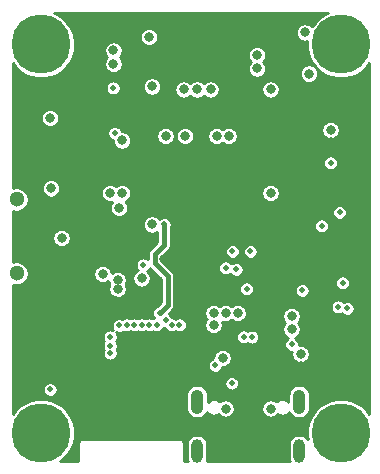
<source format=gbr>
%TF.GenerationSoftware,KiCad,Pcbnew,(5.1.8)-1*%
%TF.CreationDate,2021-06-05T10:25:27+02:00*%
%TF.ProjectId,trick-tracker,74726963-6b2d-4747-9261-636b65722e6b,rev?*%
%TF.SameCoordinates,Original*%
%TF.FileFunction,Copper,L2,Inr*%
%TF.FilePolarity,Positive*%
%FSLAX46Y46*%
G04 Gerber Fmt 4.6, Leading zero omitted, Abs format (unit mm)*
G04 Created by KiCad (PCBNEW (5.1.8)-1) date 2021-06-05 10:25:27*
%MOMM*%
%LPD*%
G01*
G04 APERTURE LIST*
%TA.AperFunction,ComponentPad*%
%ADD10C,0.800000*%
%TD*%
%TA.AperFunction,ComponentPad*%
%ADD11C,5.000000*%
%TD*%
%TA.AperFunction,ComponentPad*%
%ADD12O,1.050000X2.100000*%
%TD*%
%TA.AperFunction,ComponentPad*%
%ADD13O,1.000000X2.000000*%
%TD*%
%TA.AperFunction,ComponentPad*%
%ADD14C,1.300000*%
%TD*%
%TA.AperFunction,ViaPad*%
%ADD15C,0.800000*%
%TD*%
%TA.AperFunction,ViaPad*%
%ADD16C,0.500000*%
%TD*%
%TA.AperFunction,Conductor*%
%ADD17C,0.400000*%
%TD*%
%TA.AperFunction,Conductor*%
%ADD18C,0.254000*%
%TD*%
%TA.AperFunction,Conductor*%
%ADD19C,0.100000*%
%TD*%
G04 APERTURE END LIST*
D10*
%TO.N,N/C*%
%TO.C,H4*%
X159567825Y-100020175D03*
X158242000Y-99471000D03*
X156916175Y-100020175D03*
X156367000Y-101346000D03*
X156916175Y-102671825D03*
X158242000Y-103221000D03*
X159567825Y-102671825D03*
X160117000Y-101346000D03*
D11*
X158242000Y-101346000D03*
%TD*%
D10*
%TO.N,N/C*%
%TO.C,H3*%
X134167825Y-100020175D03*
X132842000Y-99471000D03*
X131516175Y-100020175D03*
X130967000Y-101346000D03*
X131516175Y-102671825D03*
X132842000Y-103221000D03*
X134167825Y-102671825D03*
X134717000Y-101346000D03*
D11*
X132842000Y-101346000D03*
%TD*%
D10*
%TO.N,N/C*%
%TO.C,H2*%
X159567825Y-132913175D03*
X158242000Y-132364000D03*
X156916175Y-132913175D03*
X156367000Y-134239000D03*
X156916175Y-135564825D03*
X158242000Y-136114000D03*
X159567825Y-135564825D03*
X160117000Y-134239000D03*
D11*
X158242000Y-134239000D03*
%TD*%
D10*
%TO.N,N/C*%
%TO.C,H1*%
X134167825Y-132913175D03*
X132842000Y-132364000D03*
X131516175Y-132913175D03*
X130967000Y-134239000D03*
X131516175Y-135564825D03*
X132842000Y-136114000D03*
X134167825Y-135564825D03*
X134717000Y-134239000D03*
D11*
X132842000Y-134239000D03*
%TD*%
D12*
%TO.N,Net-(J1-PadS4)*%
%TO.C,J1*%
X154688000Y-131583000D03*
%TO.N,Net-(J1-PadS1)*%
X146048000Y-131583000D03*
D13*
%TO.N,Net-(J1-PadS3)*%
X154688000Y-135763000D03*
%TO.N,Net-(J1-PadS2)*%
X146048000Y-135763000D03*
%TD*%
D14*
%TO.N,Net-(S3-PadMH2)*%
%TO.C,S3*%
X130782000Y-120727000D03*
%TO.N,Net-(S3-PadMH1)*%
X130782000Y-114477000D03*
%TD*%
D15*
%TO.N,GND*%
X133604000Y-106553000D03*
D16*
X146812000Y-130175000D03*
X145923000Y-128270000D03*
X152273000Y-128143000D03*
X154813000Y-128397000D03*
X154051000Y-130175000D03*
D15*
X142621000Y-127381000D03*
D16*
X160401000Y-131572000D03*
X160274000Y-123825000D03*
D15*
X142748000Y-123063000D03*
X139192000Y-123063000D03*
X135509000Y-123571000D03*
X130937000Y-123825000D03*
X130937000Y-129032000D03*
X143256000Y-119507000D03*
X141732000Y-118237000D03*
X137541000Y-115189000D03*
X157353000Y-109601000D03*
X138049000Y-119761000D03*
X147701000Y-117221000D03*
D16*
X148450387Y-117236200D03*
D15*
X154940000Y-120015000D03*
X155067000Y-115570000D03*
X152273000Y-112776000D03*
X138430000Y-115189000D03*
X142620997Y-128483997D03*
D16*
X149859996Y-118872000D03*
X152696851Y-123694182D03*
X152721010Y-117221000D03*
D15*
X142621000Y-126492000D03*
D16*
X159984907Y-121376907D03*
D15*
X146050000Y-114808000D03*
X147955000Y-114935000D03*
X155342887Y-99341134D03*
X146812000Y-99060000D03*
X149352000Y-99060000D03*
D16*
X146685000Y-109093000D03*
X145923000Y-109093000D03*
X144145000Y-107696000D03*
X144144996Y-107061000D03*
X144144992Y-105918000D03*
D15*
%TO.N,/VBUS*%
X139319000Y-122047000D03*
X141351000Y-121158000D03*
X152274035Y-132182971D03*
X148461965Y-132182971D03*
X148209000Y-127889000D03*
X154813000Y-127546997D03*
X139319000Y-121285000D03*
D16*
%TO.N,/VBAT*%
X143256000Y-116586000D03*
X140081000Y-125095000D03*
X141351000Y-125095000D03*
X140716000Y-125095000D03*
X141986000Y-125095000D03*
X142621000Y-125095000D03*
X139445936Y-125143032D03*
X138684000Y-126111010D03*
X138683994Y-126873006D03*
X138684000Y-127493956D03*
X144559969Y-125095260D03*
X143383000Y-124714000D03*
X143891000Y-125095000D03*
X142875000Y-124079000D03*
D15*
%TO.N,/3.3V*%
X152273000Y-113919000D03*
D16*
X154940000Y-122174000D03*
D15*
X138684000Y-113919000D03*
X133604000Y-107569000D03*
X157353000Y-108585000D03*
X138049000Y-120761003D03*
D16*
X141478000Y-120015000D03*
X149046582Y-118872004D03*
X150559999Y-118872000D03*
X148463000Y-120269000D03*
D15*
X148459989Y-124110840D03*
X147447001Y-124079001D03*
X149479000Y-124079000D03*
X141986000Y-100711000D03*
X148717000Y-109093000D03*
X143383000Y-109093000D03*
X145034000Y-109093000D03*
X147193000Y-105156000D03*
X147700998Y-109093000D03*
D16*
%TO.N,/D-*%
X149987000Y-126111000D03*
%TO.N,/D+*%
X150686887Y-126124179D03*
%TO.N,/STAT*%
X158369000Y-121539000D03*
X158115000Y-115570000D03*
D15*
X154051000Y-125476000D03*
D16*
X157988000Y-123571000D03*
D15*
%TO.N,/SCL*%
X155194000Y-100330000D03*
X142240000Y-104902000D03*
X146050000Y-105156008D03*
%TO.N,/SDA*%
X155511835Y-103822156D03*
X144902340Y-105160660D03*
D16*
%TO.N,/RESET*%
X150241000Y-122047000D03*
X133604000Y-130556000D03*
D15*
X133694010Y-113532205D03*
D16*
%TO.N,/PRESS_INT*%
X149352000Y-120396000D03*
%TO.N,/BTN*%
X156591000Y-116713000D03*
X154051000Y-126746000D03*
X158750000Y-123698000D03*
D15*
%TO.N,/SWDIO*%
X138974990Y-102997000D03*
%TO.N,/SWDCLK*%
X138974990Y-101854000D03*
%TO.N,/Tx*%
X151115433Y-102251095D03*
%TO.N,/Rx*%
X151130000Y-103378000D03*
%TO.N,/BAT_SENS*%
X152273000Y-105156000D03*
D16*
%TO.N,Net-(J1-PadA5)*%
X148986674Y-130039703D03*
X147574000Y-128524000D03*
%TO.N,Net-(D4-Pad2)*%
X157353000Y-111379000D03*
D15*
%TO.N,/CS*%
X154051000Y-124333000D03*
X147447000Y-125095000D03*
%TO.N,/SD_DETECT*%
X139700000Y-113919000D03*
X139700000Y-109474000D03*
%TO.N,/VIN*%
X142240000Y-116586000D03*
X139446000Y-115189000D03*
X134575998Y-117729000D03*
D16*
%TO.N,/BMX_INT2*%
X138938000Y-105029000D03*
%TO.N,/BMX_INT1*%
X139090587Y-108864587D03*
%TD*%
D17*
%TO.N,/VBAT*%
X143548001Y-123405999D02*
X142875000Y-124079000D01*
X143548001Y-120983003D02*
X143548001Y-123405999D01*
X142455999Y-119891001D02*
X143548001Y-120983003D01*
X142455999Y-119122999D02*
X142455999Y-119891001D01*
X143256000Y-118322998D02*
X142455999Y-119122999D01*
X143256000Y-116586000D02*
X143256000Y-118322998D01*
%TD*%
D18*
%TO.N,GND*%
X156877335Y-98792891D02*
X156405470Y-99108181D01*
X156004181Y-99509470D01*
X155793411Y-99824910D01*
X155691859Y-99723358D01*
X155563942Y-99637887D01*
X155421809Y-99579013D01*
X155270922Y-99549000D01*
X155117078Y-99549000D01*
X154966191Y-99579013D01*
X154824058Y-99637887D01*
X154696141Y-99723358D01*
X154587358Y-99832141D01*
X154501887Y-99960058D01*
X154443013Y-100102191D01*
X154413000Y-100253078D01*
X154413000Y-100406922D01*
X154443013Y-100557809D01*
X154501887Y-100699942D01*
X154587358Y-100827859D01*
X154696141Y-100936642D01*
X154824058Y-101022113D01*
X154966191Y-101080987D01*
X155117078Y-101111000D01*
X155270922Y-101111000D01*
X155361000Y-101093083D01*
X155361000Y-101629754D01*
X155471715Y-102186357D01*
X155688891Y-102710665D01*
X156004181Y-103182530D01*
X156405470Y-103583819D01*
X156877335Y-103899109D01*
X157401643Y-104116285D01*
X157958246Y-104227000D01*
X158525754Y-104227000D01*
X159082357Y-104116285D01*
X159606665Y-103899109D01*
X160078530Y-103583819D01*
X160479819Y-103182530D01*
X160630000Y-102957768D01*
X160630001Y-132627233D01*
X160479819Y-132402470D01*
X160078530Y-132001181D01*
X159606665Y-131685891D01*
X159082357Y-131468715D01*
X158525754Y-131358000D01*
X157958246Y-131358000D01*
X157401643Y-131468715D01*
X156877335Y-131685891D01*
X156405470Y-132001181D01*
X156004181Y-132402470D01*
X155688891Y-132874335D01*
X155471715Y-133398643D01*
X155361000Y-133955246D01*
X155361000Y-134522754D01*
X155406046Y-134749215D01*
X155313975Y-134637025D01*
X155179824Y-134526932D01*
X155026774Y-134445125D01*
X154860705Y-134394748D01*
X154688000Y-134377738D01*
X154515294Y-134394748D01*
X154349225Y-134445125D01*
X154196175Y-134526932D01*
X154062025Y-134637025D01*
X153951932Y-134771176D01*
X153870125Y-134924226D01*
X153819748Y-135090295D01*
X153807000Y-135219728D01*
X153807001Y-136306273D01*
X153819749Y-136435706D01*
X153870126Y-136601775D01*
X153883609Y-136627000D01*
X146852392Y-136627000D01*
X146865875Y-136601775D01*
X146916252Y-136435706D01*
X146929000Y-136306273D01*
X146929000Y-135219727D01*
X146916252Y-135090294D01*
X146865875Y-134924225D01*
X146784068Y-134771175D01*
X146673975Y-134637025D01*
X146539824Y-134526932D01*
X146386774Y-134445125D01*
X146220705Y-134394748D01*
X146048000Y-134377738D01*
X145875294Y-134394748D01*
X145709225Y-134445125D01*
X145556175Y-134526932D01*
X145422025Y-134637025D01*
X145311932Y-134771176D01*
X145230125Y-134924226D01*
X145179748Y-135090295D01*
X145167000Y-135219728D01*
X145167001Y-136306273D01*
X145179749Y-136435706D01*
X145230126Y-136601775D01*
X145243609Y-136627000D01*
X144932000Y-136627000D01*
X144932000Y-135147941D01*
X144933964Y-135128000D01*
X144926125Y-135048410D01*
X144902910Y-134971879D01*
X144865210Y-134901347D01*
X144814474Y-134839526D01*
X144752653Y-134788790D01*
X144682121Y-134751090D01*
X144605590Y-134727875D01*
X144545941Y-134722000D01*
X144545940Y-134722000D01*
X144526000Y-134720036D01*
X144506059Y-134722000D01*
X136417940Y-134722000D01*
X136398000Y-134720036D01*
X136378059Y-134722000D01*
X136318410Y-134727875D01*
X136241879Y-134751090D01*
X136171347Y-134788790D01*
X136109526Y-134839526D01*
X136058790Y-134901347D01*
X136021090Y-134971879D01*
X135997875Y-135048410D01*
X135990036Y-135128000D01*
X135992000Y-135147941D01*
X135992001Y-136627000D01*
X134453768Y-136627000D01*
X134678530Y-136476819D01*
X135079819Y-136075530D01*
X135395109Y-135603665D01*
X135612285Y-135079357D01*
X135723000Y-134522754D01*
X135723000Y-133955246D01*
X135612285Y-133398643D01*
X135395109Y-132874335D01*
X135079819Y-132402470D01*
X134678530Y-132001181D01*
X134206665Y-131685891D01*
X133682357Y-131468715D01*
X133125754Y-131358000D01*
X132558246Y-131358000D01*
X132001643Y-131468715D01*
X131477335Y-131685891D01*
X131005470Y-132001181D01*
X130604181Y-132402470D01*
X130454000Y-132627232D01*
X130454000Y-130493852D01*
X132973000Y-130493852D01*
X132973000Y-130618148D01*
X132997249Y-130740056D01*
X133044815Y-130854891D01*
X133113870Y-130958239D01*
X133201761Y-131046130D01*
X133305109Y-131115185D01*
X133419944Y-131162751D01*
X133541852Y-131187000D01*
X133666148Y-131187000D01*
X133788056Y-131162751D01*
X133902891Y-131115185D01*
X134006239Y-131046130D01*
X134038869Y-131013500D01*
X145142000Y-131013500D01*
X145142001Y-132152501D01*
X145155111Y-132285607D01*
X145206917Y-132456388D01*
X145291045Y-132613782D01*
X145404263Y-132751738D01*
X145542219Y-132864956D01*
X145699613Y-132949084D01*
X145870394Y-133000890D01*
X146048000Y-133018383D01*
X146225607Y-133000890D01*
X146396388Y-132949084D01*
X146553782Y-132864956D01*
X146691738Y-132751738D01*
X146804956Y-132613782D01*
X146884332Y-132465279D01*
X146929614Y-132533049D01*
X147027951Y-132631386D01*
X147143584Y-132708649D01*
X147272067Y-132761869D01*
X147408465Y-132789000D01*
X147547535Y-132789000D01*
X147683933Y-132761869D01*
X147812416Y-132708649D01*
X147854930Y-132680242D01*
X147855323Y-132680830D01*
X147964106Y-132789613D01*
X148092023Y-132875084D01*
X148234156Y-132933958D01*
X148385043Y-132963971D01*
X148538887Y-132963971D01*
X148689774Y-132933958D01*
X148831907Y-132875084D01*
X148959824Y-132789613D01*
X149068607Y-132680830D01*
X149154078Y-132552913D01*
X149212952Y-132410780D01*
X149242965Y-132259893D01*
X149242965Y-132106049D01*
X151493035Y-132106049D01*
X151493035Y-132259893D01*
X151523048Y-132410780D01*
X151581922Y-132552913D01*
X151667393Y-132680830D01*
X151776176Y-132789613D01*
X151904093Y-132875084D01*
X152046226Y-132933958D01*
X152197113Y-132963971D01*
X152350957Y-132963971D01*
X152501844Y-132933958D01*
X152643977Y-132875084D01*
X152771894Y-132789613D01*
X152880677Y-132680830D01*
X152881070Y-132680242D01*
X152923584Y-132708649D01*
X153052067Y-132761869D01*
X153188465Y-132789000D01*
X153327535Y-132789000D01*
X153463933Y-132761869D01*
X153592416Y-132708649D01*
X153708049Y-132631386D01*
X153806386Y-132533049D01*
X153851669Y-132465278D01*
X153931045Y-132613782D01*
X154044263Y-132751738D01*
X154182219Y-132864956D01*
X154339613Y-132949084D01*
X154510394Y-133000890D01*
X154688000Y-133018383D01*
X154865607Y-133000890D01*
X155036388Y-132949084D01*
X155193782Y-132864956D01*
X155331738Y-132751738D01*
X155444956Y-132613782D01*
X155529084Y-132456388D01*
X155580890Y-132285607D01*
X155594000Y-132152501D01*
X155594000Y-131013499D01*
X155580890Y-130880393D01*
X155529084Y-130709612D01*
X155444956Y-130552218D01*
X155331738Y-130414262D01*
X155193781Y-130301044D01*
X155036387Y-130216916D01*
X154865606Y-130165110D01*
X154688000Y-130147617D01*
X154510393Y-130165110D01*
X154339612Y-130216916D01*
X154182218Y-130301044D01*
X154044262Y-130414262D01*
X153931044Y-130552219D01*
X153846916Y-130709613D01*
X153795110Y-130880394D01*
X153782000Y-131013500D01*
X153782001Y-131608566D01*
X153708049Y-131534614D01*
X153592416Y-131457351D01*
X153463933Y-131404131D01*
X153327535Y-131377000D01*
X153188465Y-131377000D01*
X153052067Y-131404131D01*
X152923584Y-131457351D01*
X152807951Y-131534614D01*
X152768502Y-131574063D01*
X152643977Y-131490858D01*
X152501844Y-131431984D01*
X152350957Y-131401971D01*
X152197113Y-131401971D01*
X152046226Y-131431984D01*
X151904093Y-131490858D01*
X151776176Y-131576329D01*
X151667393Y-131685112D01*
X151581922Y-131813029D01*
X151523048Y-131955162D01*
X151493035Y-132106049D01*
X149242965Y-132106049D01*
X149212952Y-131955162D01*
X149154078Y-131813029D01*
X149068607Y-131685112D01*
X148959824Y-131576329D01*
X148831907Y-131490858D01*
X148689774Y-131431984D01*
X148538887Y-131401971D01*
X148385043Y-131401971D01*
X148234156Y-131431984D01*
X148092023Y-131490858D01*
X147967498Y-131574063D01*
X147928049Y-131534614D01*
X147812416Y-131457351D01*
X147683933Y-131404131D01*
X147547535Y-131377000D01*
X147408465Y-131377000D01*
X147272067Y-131404131D01*
X147143584Y-131457351D01*
X147027951Y-131534614D01*
X146954000Y-131608565D01*
X146954000Y-131013499D01*
X146940890Y-130880393D01*
X146889084Y-130709612D01*
X146804956Y-130552218D01*
X146691738Y-130414262D01*
X146553781Y-130301044D01*
X146396387Y-130216916D01*
X146225606Y-130165110D01*
X146048000Y-130147617D01*
X145870393Y-130165110D01*
X145699612Y-130216916D01*
X145542218Y-130301044D01*
X145404262Y-130414262D01*
X145291044Y-130552219D01*
X145206916Y-130709613D01*
X145155110Y-130880394D01*
X145142000Y-131013500D01*
X134038869Y-131013500D01*
X134094130Y-130958239D01*
X134163185Y-130854891D01*
X134210751Y-130740056D01*
X134235000Y-130618148D01*
X134235000Y-130493852D01*
X134210751Y-130371944D01*
X134163185Y-130257109D01*
X134094130Y-130153761D01*
X134006239Y-130065870D01*
X133902891Y-129996815D01*
X133856394Y-129977555D01*
X148355674Y-129977555D01*
X148355674Y-130101851D01*
X148379923Y-130223759D01*
X148427489Y-130338594D01*
X148496544Y-130441942D01*
X148584435Y-130529833D01*
X148687783Y-130598888D01*
X148802618Y-130646454D01*
X148924526Y-130670703D01*
X149048822Y-130670703D01*
X149170730Y-130646454D01*
X149285565Y-130598888D01*
X149388913Y-130529833D01*
X149476804Y-130441942D01*
X149545859Y-130338594D01*
X149593425Y-130223759D01*
X149617674Y-130101851D01*
X149617674Y-129977555D01*
X149593425Y-129855647D01*
X149545859Y-129740812D01*
X149476804Y-129637464D01*
X149388913Y-129549573D01*
X149285565Y-129480518D01*
X149170730Y-129432952D01*
X149048822Y-129408703D01*
X148924526Y-129408703D01*
X148802618Y-129432952D01*
X148687783Y-129480518D01*
X148584435Y-129549573D01*
X148496544Y-129637464D01*
X148427489Y-129740812D01*
X148379923Y-129855647D01*
X148355674Y-129977555D01*
X133856394Y-129977555D01*
X133788056Y-129949249D01*
X133666148Y-129925000D01*
X133541852Y-129925000D01*
X133419944Y-129949249D01*
X133305109Y-129996815D01*
X133201761Y-130065870D01*
X133113870Y-130153761D01*
X133044815Y-130257109D01*
X132997249Y-130371944D01*
X132973000Y-130493852D01*
X130454000Y-130493852D01*
X130454000Y-128461852D01*
X146943000Y-128461852D01*
X146943000Y-128586148D01*
X146967249Y-128708056D01*
X147014815Y-128822891D01*
X147083870Y-128926239D01*
X147171761Y-129014130D01*
X147275109Y-129083185D01*
X147389944Y-129130751D01*
X147511852Y-129155000D01*
X147636148Y-129155000D01*
X147758056Y-129130751D01*
X147872891Y-129083185D01*
X147976239Y-129014130D01*
X148064130Y-128926239D01*
X148133185Y-128822891D01*
X148180751Y-128708056D01*
X148188321Y-128670000D01*
X148285922Y-128670000D01*
X148436809Y-128639987D01*
X148578942Y-128581113D01*
X148706859Y-128495642D01*
X148815642Y-128386859D01*
X148901113Y-128258942D01*
X148959987Y-128116809D01*
X148990000Y-127965922D01*
X148990000Y-127812078D01*
X148959987Y-127661191D01*
X148901113Y-127519058D01*
X148815642Y-127391141D01*
X148706859Y-127282358D01*
X148578942Y-127196887D01*
X148436809Y-127138013D01*
X148285922Y-127108000D01*
X148132078Y-127108000D01*
X147981191Y-127138013D01*
X147839058Y-127196887D01*
X147711141Y-127282358D01*
X147602358Y-127391141D01*
X147516887Y-127519058D01*
X147458013Y-127661191D01*
X147428000Y-127812078D01*
X147428000Y-127909679D01*
X147389944Y-127917249D01*
X147275109Y-127964815D01*
X147171761Y-128033870D01*
X147083870Y-128121761D01*
X147014815Y-128225109D01*
X146967249Y-128339944D01*
X146943000Y-128461852D01*
X130454000Y-128461852D01*
X130454000Y-126810858D01*
X138052994Y-126810858D01*
X138052994Y-126935154D01*
X138077243Y-127057062D01*
X138124809Y-127171897D01*
X138132552Y-127183485D01*
X138124815Y-127195065D01*
X138077249Y-127309900D01*
X138053000Y-127431808D01*
X138053000Y-127556104D01*
X138077249Y-127678012D01*
X138124815Y-127792847D01*
X138193870Y-127896195D01*
X138281761Y-127984086D01*
X138385109Y-128053141D01*
X138499944Y-128100707D01*
X138621852Y-128124956D01*
X138746148Y-128124956D01*
X138868056Y-128100707D01*
X138982891Y-128053141D01*
X139086239Y-127984086D01*
X139174130Y-127896195D01*
X139243185Y-127792847D01*
X139290751Y-127678012D01*
X139315000Y-127556104D01*
X139315000Y-127431808D01*
X139290751Y-127309900D01*
X139243185Y-127195065D01*
X139235442Y-127183477D01*
X139243179Y-127171897D01*
X139290745Y-127057062D01*
X139314994Y-126935154D01*
X139314994Y-126810858D01*
X139290745Y-126688950D01*
X139243179Y-126574115D01*
X139188320Y-126492012D01*
X139243185Y-126409901D01*
X139290751Y-126295066D01*
X139315000Y-126173158D01*
X139315000Y-126048862D01*
X139314999Y-126048852D01*
X149356000Y-126048852D01*
X149356000Y-126173148D01*
X149380249Y-126295056D01*
X149427815Y-126409891D01*
X149496870Y-126513239D01*
X149584761Y-126601130D01*
X149688109Y-126670185D01*
X149802944Y-126717751D01*
X149924852Y-126742000D01*
X150049148Y-126742000D01*
X150171056Y-126717751D01*
X150285891Y-126670185D01*
X150327082Y-126642662D01*
X150387996Y-126683364D01*
X150502831Y-126730930D01*
X150624739Y-126755179D01*
X150749035Y-126755179D01*
X150870943Y-126730930D01*
X150985778Y-126683364D01*
X151089126Y-126614309D01*
X151177017Y-126526418D01*
X151246072Y-126423070D01*
X151293638Y-126308235D01*
X151317887Y-126186327D01*
X151317887Y-126062031D01*
X151293638Y-125940123D01*
X151246072Y-125825288D01*
X151177017Y-125721940D01*
X151089126Y-125634049D01*
X150985778Y-125564994D01*
X150870943Y-125517428D01*
X150749035Y-125493179D01*
X150624739Y-125493179D01*
X150502831Y-125517428D01*
X150387996Y-125564994D01*
X150346805Y-125592517D01*
X150285891Y-125551815D01*
X150171056Y-125504249D01*
X150049148Y-125480000D01*
X149924852Y-125480000D01*
X149802944Y-125504249D01*
X149688109Y-125551815D01*
X149584761Y-125620870D01*
X149496870Y-125708761D01*
X149427815Y-125812109D01*
X149380249Y-125926944D01*
X149356000Y-126048852D01*
X139314999Y-126048852D01*
X139290751Y-125926954D01*
X139243185Y-125812119D01*
X139178440Y-125715221D01*
X139261880Y-125749783D01*
X139383788Y-125774032D01*
X139508084Y-125774032D01*
X139629992Y-125749783D01*
X139744827Y-125702217D01*
X139803470Y-125663033D01*
X139896944Y-125701751D01*
X140018852Y-125726000D01*
X140143148Y-125726000D01*
X140265056Y-125701751D01*
X140379891Y-125654185D01*
X140398500Y-125641751D01*
X140417109Y-125654185D01*
X140531944Y-125701751D01*
X140653852Y-125726000D01*
X140778148Y-125726000D01*
X140900056Y-125701751D01*
X141014891Y-125654185D01*
X141033500Y-125641751D01*
X141052109Y-125654185D01*
X141166944Y-125701751D01*
X141288852Y-125726000D01*
X141413148Y-125726000D01*
X141535056Y-125701751D01*
X141649891Y-125654185D01*
X141668500Y-125641751D01*
X141687109Y-125654185D01*
X141801944Y-125701751D01*
X141923852Y-125726000D01*
X142048148Y-125726000D01*
X142170056Y-125701751D01*
X142284891Y-125654185D01*
X142303500Y-125641751D01*
X142322109Y-125654185D01*
X142436944Y-125701751D01*
X142558852Y-125726000D01*
X142683148Y-125726000D01*
X142805056Y-125701751D01*
X142919891Y-125654185D01*
X143023239Y-125585130D01*
X143111130Y-125497239D01*
X143180185Y-125393891D01*
X143209602Y-125322871D01*
X143310730Y-125342987D01*
X143331815Y-125393891D01*
X143400870Y-125497239D01*
X143488761Y-125585130D01*
X143592109Y-125654185D01*
X143706944Y-125701751D01*
X143828852Y-125726000D01*
X143953148Y-125726000D01*
X144075056Y-125701751D01*
X144189891Y-125654185D01*
X144225290Y-125630532D01*
X144261078Y-125654445D01*
X144375913Y-125702011D01*
X144497821Y-125726260D01*
X144622117Y-125726260D01*
X144744025Y-125702011D01*
X144858860Y-125654445D01*
X144962208Y-125585390D01*
X145050099Y-125497499D01*
X145119154Y-125394151D01*
X145166720Y-125279316D01*
X145190969Y-125157408D01*
X145190969Y-125033112D01*
X145187979Y-125018078D01*
X146666000Y-125018078D01*
X146666000Y-125171922D01*
X146696013Y-125322809D01*
X146754887Y-125464942D01*
X146840358Y-125592859D01*
X146949141Y-125701642D01*
X147077058Y-125787113D01*
X147219191Y-125845987D01*
X147370078Y-125876000D01*
X147523922Y-125876000D01*
X147674809Y-125845987D01*
X147816942Y-125787113D01*
X147944859Y-125701642D01*
X148053642Y-125592859D01*
X148139113Y-125464942D01*
X148197987Y-125322809D01*
X148228000Y-125171922D01*
X148228000Y-125018078D01*
X148197987Y-124867191D01*
X148188223Y-124843619D01*
X148232180Y-124861827D01*
X148383067Y-124891840D01*
X148536911Y-124891840D01*
X148687798Y-124861827D01*
X148829931Y-124802953D01*
X148957848Y-124717482D01*
X148986265Y-124689065D01*
X149109058Y-124771113D01*
X149251191Y-124829987D01*
X149402078Y-124860000D01*
X149555922Y-124860000D01*
X149706809Y-124829987D01*
X149848942Y-124771113D01*
X149976859Y-124685642D01*
X150085642Y-124576859D01*
X150171113Y-124448942D01*
X150229987Y-124306809D01*
X150240077Y-124256078D01*
X153270000Y-124256078D01*
X153270000Y-124409922D01*
X153300013Y-124560809D01*
X153358887Y-124702942D01*
X153444358Y-124830859D01*
X153517999Y-124904500D01*
X153444358Y-124978141D01*
X153358887Y-125106058D01*
X153300013Y-125248191D01*
X153270000Y-125399078D01*
X153270000Y-125552922D01*
X153300013Y-125703809D01*
X153358887Y-125845942D01*
X153444358Y-125973859D01*
X153553141Y-126082642D01*
X153681058Y-126168113D01*
X153742197Y-126193438D01*
X153648761Y-126255870D01*
X153560870Y-126343761D01*
X153491815Y-126447109D01*
X153444249Y-126561944D01*
X153420000Y-126683852D01*
X153420000Y-126808148D01*
X153444249Y-126930056D01*
X153491815Y-127044891D01*
X153560870Y-127148239D01*
X153648761Y-127236130D01*
X153752109Y-127305185D01*
X153866944Y-127352751D01*
X153988852Y-127377000D01*
X154050514Y-127377000D01*
X154032000Y-127470075D01*
X154032000Y-127623919D01*
X154062013Y-127774806D01*
X154120887Y-127916939D01*
X154206358Y-128044856D01*
X154315141Y-128153639D01*
X154443058Y-128239110D01*
X154585191Y-128297984D01*
X154736078Y-128327997D01*
X154889922Y-128327997D01*
X155040809Y-128297984D01*
X155182942Y-128239110D01*
X155310859Y-128153639D01*
X155419642Y-128044856D01*
X155505113Y-127916939D01*
X155563987Y-127774806D01*
X155594000Y-127623919D01*
X155594000Y-127470075D01*
X155563987Y-127319188D01*
X155505113Y-127177055D01*
X155419642Y-127049138D01*
X155310859Y-126940355D01*
X155182942Y-126854884D01*
X155040809Y-126796010D01*
X154889922Y-126765997D01*
X154736078Y-126765997D01*
X154682000Y-126776754D01*
X154682000Y-126683852D01*
X154657751Y-126561944D01*
X154610185Y-126447109D01*
X154541130Y-126343761D01*
X154453239Y-126255870D01*
X154359803Y-126193438D01*
X154420942Y-126168113D01*
X154548859Y-126082642D01*
X154657642Y-125973859D01*
X154743113Y-125845942D01*
X154801987Y-125703809D01*
X154832000Y-125552922D01*
X154832000Y-125399078D01*
X154801987Y-125248191D01*
X154743113Y-125106058D01*
X154657642Y-124978141D01*
X154584001Y-124904500D01*
X154657642Y-124830859D01*
X154743113Y-124702942D01*
X154801987Y-124560809D01*
X154832000Y-124409922D01*
X154832000Y-124256078D01*
X154801987Y-124105191D01*
X154743113Y-123963058D01*
X154657642Y-123835141D01*
X154548859Y-123726358D01*
X154420942Y-123640887D01*
X154278809Y-123582013D01*
X154127922Y-123552000D01*
X153974078Y-123552000D01*
X153823191Y-123582013D01*
X153681058Y-123640887D01*
X153553141Y-123726358D01*
X153444358Y-123835141D01*
X153358887Y-123963058D01*
X153300013Y-124105191D01*
X153270000Y-124256078D01*
X150240077Y-124256078D01*
X150260000Y-124155922D01*
X150260000Y-124002078D01*
X150229987Y-123851191D01*
X150171113Y-123709058D01*
X150085642Y-123581141D01*
X150013353Y-123508852D01*
X157357000Y-123508852D01*
X157357000Y-123633148D01*
X157381249Y-123755056D01*
X157428815Y-123869891D01*
X157497870Y-123973239D01*
X157585761Y-124061130D01*
X157689109Y-124130185D01*
X157803944Y-124177751D01*
X157925852Y-124202000D01*
X158050148Y-124202000D01*
X158172056Y-124177751D01*
X158286891Y-124130185D01*
X158288644Y-124129013D01*
X158347761Y-124188130D01*
X158451109Y-124257185D01*
X158565944Y-124304751D01*
X158687852Y-124329000D01*
X158812148Y-124329000D01*
X158934056Y-124304751D01*
X159048891Y-124257185D01*
X159152239Y-124188130D01*
X159240130Y-124100239D01*
X159309185Y-123996891D01*
X159356751Y-123882056D01*
X159381000Y-123760148D01*
X159381000Y-123635852D01*
X159356751Y-123513944D01*
X159309185Y-123399109D01*
X159240130Y-123295761D01*
X159152239Y-123207870D01*
X159048891Y-123138815D01*
X158934056Y-123091249D01*
X158812148Y-123067000D01*
X158687852Y-123067000D01*
X158565944Y-123091249D01*
X158451109Y-123138815D01*
X158449356Y-123139987D01*
X158390239Y-123080870D01*
X158286891Y-123011815D01*
X158172056Y-122964249D01*
X158050148Y-122940000D01*
X157925852Y-122940000D01*
X157803944Y-122964249D01*
X157689109Y-123011815D01*
X157585761Y-123080870D01*
X157497870Y-123168761D01*
X157428815Y-123272109D01*
X157381249Y-123386944D01*
X157357000Y-123508852D01*
X150013353Y-123508852D01*
X149976859Y-123472358D01*
X149848942Y-123386887D01*
X149706809Y-123328013D01*
X149555922Y-123298000D01*
X149402078Y-123298000D01*
X149251191Y-123328013D01*
X149109058Y-123386887D01*
X148981141Y-123472358D01*
X148952724Y-123500775D01*
X148829931Y-123418727D01*
X148687798Y-123359853D01*
X148536911Y-123329840D01*
X148383067Y-123329840D01*
X148232180Y-123359853D01*
X148090047Y-123418727D01*
X147970863Y-123498362D01*
X147944860Y-123472359D01*
X147816943Y-123386888D01*
X147674810Y-123328014D01*
X147523923Y-123298001D01*
X147370079Y-123298001D01*
X147219192Y-123328014D01*
X147077059Y-123386888D01*
X146949142Y-123472359D01*
X146840359Y-123581142D01*
X146754888Y-123709059D01*
X146696014Y-123851192D01*
X146666001Y-124002079D01*
X146666001Y-124155923D01*
X146696014Y-124306810D01*
X146754888Y-124448943D01*
X146840359Y-124576860D01*
X146850499Y-124587000D01*
X146840358Y-124597141D01*
X146754887Y-124725058D01*
X146696013Y-124867191D01*
X146666000Y-125018078D01*
X145187979Y-125018078D01*
X145166720Y-124911204D01*
X145119154Y-124796369D01*
X145050099Y-124693021D01*
X144962208Y-124605130D01*
X144858860Y-124536075D01*
X144744025Y-124488509D01*
X144622117Y-124464260D01*
X144497821Y-124464260D01*
X144375913Y-124488509D01*
X144261078Y-124536075D01*
X144225679Y-124559728D01*
X144189891Y-124535815D01*
X144075056Y-124488249D01*
X143963270Y-124466013D01*
X143942185Y-124415109D01*
X143873130Y-124311761D01*
X143785239Y-124223870D01*
X143681891Y-124154815D01*
X143638723Y-124136934D01*
X143938646Y-123837012D01*
X143960818Y-123818816D01*
X144033422Y-123730347D01*
X144087372Y-123629414D01*
X144120594Y-123519895D01*
X144129001Y-123434539D01*
X144131812Y-123406000D01*
X144129001Y-123377460D01*
X144129001Y-121984852D01*
X149610000Y-121984852D01*
X149610000Y-122109148D01*
X149634249Y-122231056D01*
X149681815Y-122345891D01*
X149750870Y-122449239D01*
X149838761Y-122537130D01*
X149942109Y-122606185D01*
X150056944Y-122653751D01*
X150178852Y-122678000D01*
X150303148Y-122678000D01*
X150425056Y-122653751D01*
X150539891Y-122606185D01*
X150643239Y-122537130D01*
X150731130Y-122449239D01*
X150800185Y-122345891D01*
X150847751Y-122231056D01*
X150871462Y-122111852D01*
X154309000Y-122111852D01*
X154309000Y-122236148D01*
X154333249Y-122358056D01*
X154380815Y-122472891D01*
X154449870Y-122576239D01*
X154537761Y-122664130D01*
X154641109Y-122733185D01*
X154755944Y-122780751D01*
X154877852Y-122805000D01*
X155002148Y-122805000D01*
X155124056Y-122780751D01*
X155238891Y-122733185D01*
X155342239Y-122664130D01*
X155430130Y-122576239D01*
X155499185Y-122472891D01*
X155546751Y-122358056D01*
X155571000Y-122236148D01*
X155571000Y-122111852D01*
X155546751Y-121989944D01*
X155499185Y-121875109D01*
X155430130Y-121771761D01*
X155342239Y-121683870D01*
X155238891Y-121614815D01*
X155124056Y-121567249D01*
X155002148Y-121543000D01*
X154877852Y-121543000D01*
X154755944Y-121567249D01*
X154641109Y-121614815D01*
X154537761Y-121683870D01*
X154449870Y-121771761D01*
X154380815Y-121875109D01*
X154333249Y-121989944D01*
X154309000Y-122111852D01*
X150871462Y-122111852D01*
X150872000Y-122109148D01*
X150872000Y-121984852D01*
X150847751Y-121862944D01*
X150800185Y-121748109D01*
X150731130Y-121644761D01*
X150643239Y-121556870D01*
X150539891Y-121487815D01*
X150513424Y-121476852D01*
X157738000Y-121476852D01*
X157738000Y-121601148D01*
X157762249Y-121723056D01*
X157809815Y-121837891D01*
X157878870Y-121941239D01*
X157966761Y-122029130D01*
X158070109Y-122098185D01*
X158184944Y-122145751D01*
X158306852Y-122170000D01*
X158431148Y-122170000D01*
X158553056Y-122145751D01*
X158667891Y-122098185D01*
X158771239Y-122029130D01*
X158859130Y-121941239D01*
X158928185Y-121837891D01*
X158975751Y-121723056D01*
X159000000Y-121601148D01*
X159000000Y-121476852D01*
X158975751Y-121354944D01*
X158928185Y-121240109D01*
X158859130Y-121136761D01*
X158771239Y-121048870D01*
X158667891Y-120979815D01*
X158553056Y-120932249D01*
X158431148Y-120908000D01*
X158306852Y-120908000D01*
X158184944Y-120932249D01*
X158070109Y-120979815D01*
X157966761Y-121048870D01*
X157878870Y-121136761D01*
X157809815Y-121240109D01*
X157762249Y-121354944D01*
X157738000Y-121476852D01*
X150513424Y-121476852D01*
X150425056Y-121440249D01*
X150303148Y-121416000D01*
X150178852Y-121416000D01*
X150056944Y-121440249D01*
X149942109Y-121487815D01*
X149838761Y-121556870D01*
X149750870Y-121644761D01*
X149681815Y-121748109D01*
X149634249Y-121862944D01*
X149610000Y-121984852D01*
X144129001Y-121984852D01*
X144129001Y-121011542D01*
X144131812Y-120983002D01*
X144120594Y-120869107D01*
X144087372Y-120759588D01*
X144087127Y-120759130D01*
X144033422Y-120658655D01*
X143960818Y-120570186D01*
X143938647Y-120551991D01*
X143593508Y-120206852D01*
X147832000Y-120206852D01*
X147832000Y-120331148D01*
X147856249Y-120453056D01*
X147903815Y-120567891D01*
X147972870Y-120671239D01*
X148060761Y-120759130D01*
X148164109Y-120828185D01*
X148278944Y-120875751D01*
X148400852Y-120900000D01*
X148525148Y-120900000D01*
X148647056Y-120875751D01*
X148761891Y-120828185D01*
X148844844Y-120772758D01*
X148861870Y-120798239D01*
X148949761Y-120886130D01*
X149053109Y-120955185D01*
X149167944Y-121002751D01*
X149289852Y-121027000D01*
X149414148Y-121027000D01*
X149536056Y-121002751D01*
X149650891Y-120955185D01*
X149754239Y-120886130D01*
X149842130Y-120798239D01*
X149911185Y-120694891D01*
X149958751Y-120580056D01*
X149983000Y-120458148D01*
X149983000Y-120333852D01*
X149958751Y-120211944D01*
X149911185Y-120097109D01*
X149842130Y-119993761D01*
X149754239Y-119905870D01*
X149650891Y-119836815D01*
X149536056Y-119789249D01*
X149414148Y-119765000D01*
X149289852Y-119765000D01*
X149167944Y-119789249D01*
X149053109Y-119836815D01*
X148970156Y-119892242D01*
X148953130Y-119866761D01*
X148865239Y-119778870D01*
X148761891Y-119709815D01*
X148647056Y-119662249D01*
X148525148Y-119638000D01*
X148400852Y-119638000D01*
X148278944Y-119662249D01*
X148164109Y-119709815D01*
X148060761Y-119778870D01*
X147972870Y-119866761D01*
X147903815Y-119970109D01*
X147856249Y-120084944D01*
X147832000Y-120206852D01*
X143593508Y-120206852D01*
X143036999Y-119650344D01*
X143036999Y-119363656D01*
X143590799Y-118809856D01*
X148415582Y-118809856D01*
X148415582Y-118934152D01*
X148439831Y-119056060D01*
X148487397Y-119170895D01*
X148556452Y-119274243D01*
X148644343Y-119362134D01*
X148747691Y-119431189D01*
X148862526Y-119478755D01*
X148984434Y-119503004D01*
X149108730Y-119503004D01*
X149230638Y-119478755D01*
X149345473Y-119431189D01*
X149448821Y-119362134D01*
X149536712Y-119274243D01*
X149605767Y-119170895D01*
X149653333Y-119056060D01*
X149677582Y-118934152D01*
X149677582Y-118809856D01*
X149677582Y-118809852D01*
X149928999Y-118809852D01*
X149928999Y-118934148D01*
X149953248Y-119056056D01*
X150000814Y-119170891D01*
X150069869Y-119274239D01*
X150157760Y-119362130D01*
X150261108Y-119431185D01*
X150375943Y-119478751D01*
X150497851Y-119503000D01*
X150622147Y-119503000D01*
X150744055Y-119478751D01*
X150858890Y-119431185D01*
X150962238Y-119362130D01*
X151050129Y-119274239D01*
X151119184Y-119170891D01*
X151166750Y-119056056D01*
X151190999Y-118934148D01*
X151190999Y-118809852D01*
X151166750Y-118687944D01*
X151119184Y-118573109D01*
X151050129Y-118469761D01*
X150962238Y-118381870D01*
X150858890Y-118312815D01*
X150744055Y-118265249D01*
X150622147Y-118241000D01*
X150497851Y-118241000D01*
X150375943Y-118265249D01*
X150261108Y-118312815D01*
X150157760Y-118381870D01*
X150069869Y-118469761D01*
X150000814Y-118573109D01*
X149953248Y-118687944D01*
X149928999Y-118809852D01*
X149677582Y-118809852D01*
X149653333Y-118687948D01*
X149605767Y-118573113D01*
X149536712Y-118469765D01*
X149448821Y-118381874D01*
X149345473Y-118312819D01*
X149230638Y-118265253D01*
X149108730Y-118241004D01*
X148984434Y-118241004D01*
X148862526Y-118265253D01*
X148747691Y-118312819D01*
X148644343Y-118381874D01*
X148556452Y-118469765D01*
X148487397Y-118573113D01*
X148439831Y-118687948D01*
X148415582Y-118809856D01*
X143590799Y-118809856D01*
X143646645Y-118754011D01*
X143668817Y-118735815D01*
X143741421Y-118647346D01*
X143795371Y-118546413D01*
X143828593Y-118436894D01*
X143837000Y-118351538D01*
X143837000Y-118351536D01*
X143839811Y-118322999D01*
X143837000Y-118294462D01*
X143837000Y-116832225D01*
X143862751Y-116770056D01*
X143886462Y-116650852D01*
X155960000Y-116650852D01*
X155960000Y-116775148D01*
X155984249Y-116897056D01*
X156031815Y-117011891D01*
X156100870Y-117115239D01*
X156188761Y-117203130D01*
X156292109Y-117272185D01*
X156406944Y-117319751D01*
X156528852Y-117344000D01*
X156653148Y-117344000D01*
X156775056Y-117319751D01*
X156889891Y-117272185D01*
X156993239Y-117203130D01*
X157081130Y-117115239D01*
X157150185Y-117011891D01*
X157197751Y-116897056D01*
X157222000Y-116775148D01*
X157222000Y-116650852D01*
X157197751Y-116528944D01*
X157150185Y-116414109D01*
X157081130Y-116310761D01*
X156993239Y-116222870D01*
X156889891Y-116153815D01*
X156775056Y-116106249D01*
X156653148Y-116082000D01*
X156528852Y-116082000D01*
X156406944Y-116106249D01*
X156292109Y-116153815D01*
X156188761Y-116222870D01*
X156100870Y-116310761D01*
X156031815Y-116414109D01*
X155984249Y-116528944D01*
X155960000Y-116650852D01*
X143886462Y-116650852D01*
X143887000Y-116648148D01*
X143887000Y-116523852D01*
X143862751Y-116401944D01*
X143815185Y-116287109D01*
X143746130Y-116183761D01*
X143658239Y-116095870D01*
X143554891Y-116026815D01*
X143440056Y-115979249D01*
X143318148Y-115955000D01*
X143193852Y-115955000D01*
X143071944Y-115979249D01*
X142957109Y-116026815D01*
X142853761Y-116095870D01*
X142852589Y-116097042D01*
X142846642Y-116088141D01*
X142737859Y-115979358D01*
X142609942Y-115893887D01*
X142467809Y-115835013D01*
X142316922Y-115805000D01*
X142163078Y-115805000D01*
X142012191Y-115835013D01*
X141870058Y-115893887D01*
X141742141Y-115979358D01*
X141633358Y-116088141D01*
X141547887Y-116216058D01*
X141489013Y-116358191D01*
X141459000Y-116509078D01*
X141459000Y-116662922D01*
X141489013Y-116813809D01*
X141547887Y-116955942D01*
X141633358Y-117083859D01*
X141742141Y-117192642D01*
X141870058Y-117278113D01*
X142012191Y-117336987D01*
X142163078Y-117367000D01*
X142316922Y-117367000D01*
X142467809Y-117336987D01*
X142609942Y-117278113D01*
X142675000Y-117234643D01*
X142675001Y-118082339D01*
X142065359Y-118691982D01*
X142043182Y-118710182D01*
X141970579Y-118798651D01*
X141970578Y-118798652D01*
X141916628Y-118899585D01*
X141883406Y-119009104D01*
X141872188Y-119122999D01*
X141874999Y-119151539D01*
X141874999Y-119521369D01*
X141776891Y-119455815D01*
X141662056Y-119408249D01*
X141540148Y-119384000D01*
X141415852Y-119384000D01*
X141293944Y-119408249D01*
X141179109Y-119455815D01*
X141075761Y-119524870D01*
X140987870Y-119612761D01*
X140918815Y-119716109D01*
X140871249Y-119830944D01*
X140847000Y-119952852D01*
X140847000Y-120077148D01*
X140871249Y-120199056D01*
X140918815Y-120313891D01*
X140987870Y-120417239D01*
X141020274Y-120449643D01*
X140981058Y-120465887D01*
X140853141Y-120551358D01*
X140744358Y-120660141D01*
X140658887Y-120788058D01*
X140600013Y-120930191D01*
X140570000Y-121081078D01*
X140570000Y-121234922D01*
X140600013Y-121385809D01*
X140658887Y-121527942D01*
X140744358Y-121655859D01*
X140853141Y-121764642D01*
X140981058Y-121850113D01*
X141123191Y-121908987D01*
X141274078Y-121939000D01*
X141427922Y-121939000D01*
X141578809Y-121908987D01*
X141720942Y-121850113D01*
X141848859Y-121764642D01*
X141957642Y-121655859D01*
X142043113Y-121527942D01*
X142101987Y-121385809D01*
X142132000Y-121234922D01*
X142132000Y-121081078D01*
X142101987Y-120930191D01*
X142043113Y-120788058D01*
X141957642Y-120660141D01*
X141848859Y-120551358D01*
X141829956Y-120538728D01*
X141880239Y-120505130D01*
X141968130Y-120417239D01*
X142037185Y-120313891D01*
X142041970Y-120302340D01*
X142043183Y-120303818D01*
X142065354Y-120322013D01*
X142967001Y-121223661D01*
X142967002Y-123165340D01*
X142638279Y-123494063D01*
X142576109Y-123519815D01*
X142472761Y-123588870D01*
X142384870Y-123676761D01*
X142315815Y-123780109D01*
X142268249Y-123894944D01*
X142244000Y-124016852D01*
X142244000Y-124141148D01*
X142268249Y-124263056D01*
X142315815Y-124377891D01*
X142384870Y-124481239D01*
X142405079Y-124501448D01*
X142322109Y-124535815D01*
X142303500Y-124548249D01*
X142284891Y-124535815D01*
X142170056Y-124488249D01*
X142048148Y-124464000D01*
X141923852Y-124464000D01*
X141801944Y-124488249D01*
X141687109Y-124535815D01*
X141668500Y-124548249D01*
X141649891Y-124535815D01*
X141535056Y-124488249D01*
X141413148Y-124464000D01*
X141288852Y-124464000D01*
X141166944Y-124488249D01*
X141052109Y-124535815D01*
X141033500Y-124548249D01*
X141014891Y-124535815D01*
X140900056Y-124488249D01*
X140778148Y-124464000D01*
X140653852Y-124464000D01*
X140531944Y-124488249D01*
X140417109Y-124535815D01*
X140398500Y-124548249D01*
X140379891Y-124535815D01*
X140265056Y-124488249D01*
X140143148Y-124464000D01*
X140018852Y-124464000D01*
X139896944Y-124488249D01*
X139782109Y-124535815D01*
X139723466Y-124574999D01*
X139629992Y-124536281D01*
X139508084Y-124512032D01*
X139383788Y-124512032D01*
X139261880Y-124536281D01*
X139147045Y-124583847D01*
X139043697Y-124652902D01*
X138955806Y-124740793D01*
X138886751Y-124844141D01*
X138839185Y-124958976D01*
X138814936Y-125080884D01*
X138814936Y-125205180D01*
X138839185Y-125327088D01*
X138886751Y-125441923D01*
X138951496Y-125538821D01*
X138868056Y-125504259D01*
X138746148Y-125480010D01*
X138621852Y-125480010D01*
X138499944Y-125504259D01*
X138385109Y-125551825D01*
X138281761Y-125620880D01*
X138193870Y-125708771D01*
X138124815Y-125812119D01*
X138077249Y-125926954D01*
X138053000Y-126048862D01*
X138053000Y-126173158D01*
X138077249Y-126295066D01*
X138124815Y-126409901D01*
X138179674Y-126492004D01*
X138124809Y-126574115D01*
X138077243Y-126688950D01*
X138052994Y-126810858D01*
X130454000Y-126810858D01*
X130454000Y-121707085D01*
X130481268Y-121718380D01*
X130680455Y-121758000D01*
X130883545Y-121758000D01*
X131082732Y-121718380D01*
X131270362Y-121640661D01*
X131439224Y-121527830D01*
X131582830Y-121384224D01*
X131695661Y-121215362D01*
X131773380Y-121027732D01*
X131813000Y-120828545D01*
X131813000Y-120684081D01*
X137268000Y-120684081D01*
X137268000Y-120837925D01*
X137298013Y-120988812D01*
X137356887Y-121130945D01*
X137442358Y-121258862D01*
X137551141Y-121367645D01*
X137679058Y-121453116D01*
X137821191Y-121511990D01*
X137972078Y-121542003D01*
X138125922Y-121542003D01*
X138276809Y-121511990D01*
X138418942Y-121453116D01*
X138540044Y-121372199D01*
X138568013Y-121512809D01*
X138626887Y-121654942D01*
X138634276Y-121666000D01*
X138626887Y-121677058D01*
X138568013Y-121819191D01*
X138538000Y-121970078D01*
X138538000Y-122123922D01*
X138568013Y-122274809D01*
X138626887Y-122416942D01*
X138712358Y-122544859D01*
X138821141Y-122653642D01*
X138949058Y-122739113D01*
X139091191Y-122797987D01*
X139242078Y-122828000D01*
X139395922Y-122828000D01*
X139546809Y-122797987D01*
X139688942Y-122739113D01*
X139816859Y-122653642D01*
X139925642Y-122544859D01*
X140011113Y-122416942D01*
X140069987Y-122274809D01*
X140100000Y-122123922D01*
X140100000Y-121970078D01*
X140069987Y-121819191D01*
X140011113Y-121677058D01*
X140003724Y-121666000D01*
X140011113Y-121654942D01*
X140069987Y-121512809D01*
X140100000Y-121361922D01*
X140100000Y-121208078D01*
X140069987Y-121057191D01*
X140011113Y-120915058D01*
X139925642Y-120787141D01*
X139816859Y-120678358D01*
X139688942Y-120592887D01*
X139546809Y-120534013D01*
X139395922Y-120504000D01*
X139242078Y-120504000D01*
X139091191Y-120534013D01*
X138949058Y-120592887D01*
X138827956Y-120673804D01*
X138799987Y-120533194D01*
X138741113Y-120391061D01*
X138655642Y-120263144D01*
X138546859Y-120154361D01*
X138418942Y-120068890D01*
X138276809Y-120010016D01*
X138125922Y-119980003D01*
X137972078Y-119980003D01*
X137821191Y-120010016D01*
X137679058Y-120068890D01*
X137551141Y-120154361D01*
X137442358Y-120263144D01*
X137356887Y-120391061D01*
X137298013Y-120533194D01*
X137268000Y-120684081D01*
X131813000Y-120684081D01*
X131813000Y-120625455D01*
X131773380Y-120426268D01*
X131695661Y-120238638D01*
X131582830Y-120069776D01*
X131439224Y-119926170D01*
X131270362Y-119813339D01*
X131082732Y-119735620D01*
X130883545Y-119696000D01*
X130680455Y-119696000D01*
X130481268Y-119735620D01*
X130454000Y-119746915D01*
X130454000Y-117652078D01*
X133794998Y-117652078D01*
X133794998Y-117805922D01*
X133825011Y-117956809D01*
X133883885Y-118098942D01*
X133969356Y-118226859D01*
X134078139Y-118335642D01*
X134206056Y-118421113D01*
X134348189Y-118479987D01*
X134499076Y-118510000D01*
X134652920Y-118510000D01*
X134803807Y-118479987D01*
X134945940Y-118421113D01*
X135073857Y-118335642D01*
X135182640Y-118226859D01*
X135268111Y-118098942D01*
X135326985Y-117956809D01*
X135356998Y-117805922D01*
X135356998Y-117652078D01*
X135326985Y-117501191D01*
X135268111Y-117359058D01*
X135182640Y-117231141D01*
X135073857Y-117122358D01*
X134945940Y-117036887D01*
X134803807Y-116978013D01*
X134652920Y-116948000D01*
X134499076Y-116948000D01*
X134348189Y-116978013D01*
X134206056Y-117036887D01*
X134078139Y-117122358D01*
X133969356Y-117231141D01*
X133883885Y-117359058D01*
X133825011Y-117501191D01*
X133794998Y-117652078D01*
X130454000Y-117652078D01*
X130454000Y-115457085D01*
X130481268Y-115468380D01*
X130680455Y-115508000D01*
X130883545Y-115508000D01*
X131082732Y-115468380D01*
X131270362Y-115390661D01*
X131439224Y-115277830D01*
X131582830Y-115134224D01*
X131695661Y-114965362D01*
X131773380Y-114777732D01*
X131813000Y-114578545D01*
X131813000Y-114375455D01*
X131773380Y-114176268D01*
X131695661Y-113988638D01*
X131582830Y-113819776D01*
X131439224Y-113676170D01*
X131270362Y-113563339D01*
X131082732Y-113485620D01*
X130930215Y-113455283D01*
X132913010Y-113455283D01*
X132913010Y-113609127D01*
X132943023Y-113760014D01*
X133001897Y-113902147D01*
X133087368Y-114030064D01*
X133196151Y-114138847D01*
X133324068Y-114224318D01*
X133466201Y-114283192D01*
X133617088Y-114313205D01*
X133770932Y-114313205D01*
X133921819Y-114283192D01*
X134063952Y-114224318D01*
X134191869Y-114138847D01*
X134300652Y-114030064D01*
X134386123Y-113902147D01*
X134411004Y-113842078D01*
X137903000Y-113842078D01*
X137903000Y-113995922D01*
X137933013Y-114146809D01*
X137991887Y-114288942D01*
X138077358Y-114416859D01*
X138186141Y-114525642D01*
X138314058Y-114611113D01*
X138456191Y-114669987D01*
X138607078Y-114700000D01*
X138760922Y-114700000D01*
X138847775Y-114682724D01*
X138839358Y-114691141D01*
X138753887Y-114819058D01*
X138695013Y-114961191D01*
X138665000Y-115112078D01*
X138665000Y-115265922D01*
X138695013Y-115416809D01*
X138753887Y-115558942D01*
X138839358Y-115686859D01*
X138948141Y-115795642D01*
X139076058Y-115881113D01*
X139218191Y-115939987D01*
X139369078Y-115970000D01*
X139522922Y-115970000D01*
X139673809Y-115939987D01*
X139815942Y-115881113D01*
X139943859Y-115795642D01*
X140052642Y-115686859D01*
X140138113Y-115558942D01*
X140159275Y-115507852D01*
X157484000Y-115507852D01*
X157484000Y-115632148D01*
X157508249Y-115754056D01*
X157555815Y-115868891D01*
X157624870Y-115972239D01*
X157712761Y-116060130D01*
X157816109Y-116129185D01*
X157930944Y-116176751D01*
X158052852Y-116201000D01*
X158177148Y-116201000D01*
X158299056Y-116176751D01*
X158413891Y-116129185D01*
X158517239Y-116060130D01*
X158605130Y-115972239D01*
X158674185Y-115868891D01*
X158721751Y-115754056D01*
X158746000Y-115632148D01*
X158746000Y-115507852D01*
X158721751Y-115385944D01*
X158674185Y-115271109D01*
X158605130Y-115167761D01*
X158517239Y-115079870D01*
X158413891Y-115010815D01*
X158299056Y-114963249D01*
X158177148Y-114939000D01*
X158052852Y-114939000D01*
X157930944Y-114963249D01*
X157816109Y-115010815D01*
X157712761Y-115079870D01*
X157624870Y-115167761D01*
X157555815Y-115271109D01*
X157508249Y-115385944D01*
X157484000Y-115507852D01*
X140159275Y-115507852D01*
X140196987Y-115416809D01*
X140227000Y-115265922D01*
X140227000Y-115112078D01*
X140196987Y-114961191D01*
X140138113Y-114819058D01*
X140052642Y-114691141D01*
X140001121Y-114639620D01*
X140069942Y-114611113D01*
X140197859Y-114525642D01*
X140306642Y-114416859D01*
X140392113Y-114288942D01*
X140450987Y-114146809D01*
X140481000Y-113995922D01*
X140481000Y-113842078D01*
X151492000Y-113842078D01*
X151492000Y-113995922D01*
X151522013Y-114146809D01*
X151580887Y-114288942D01*
X151666358Y-114416859D01*
X151775141Y-114525642D01*
X151903058Y-114611113D01*
X152045191Y-114669987D01*
X152196078Y-114700000D01*
X152349922Y-114700000D01*
X152500809Y-114669987D01*
X152642942Y-114611113D01*
X152770859Y-114525642D01*
X152879642Y-114416859D01*
X152965113Y-114288942D01*
X153023987Y-114146809D01*
X153054000Y-113995922D01*
X153054000Y-113842078D01*
X153023987Y-113691191D01*
X152965113Y-113549058D01*
X152879642Y-113421141D01*
X152770859Y-113312358D01*
X152642942Y-113226887D01*
X152500809Y-113168013D01*
X152349922Y-113138000D01*
X152196078Y-113138000D01*
X152045191Y-113168013D01*
X151903058Y-113226887D01*
X151775141Y-113312358D01*
X151666358Y-113421141D01*
X151580887Y-113549058D01*
X151522013Y-113691191D01*
X151492000Y-113842078D01*
X140481000Y-113842078D01*
X140450987Y-113691191D01*
X140392113Y-113549058D01*
X140306642Y-113421141D01*
X140197859Y-113312358D01*
X140069942Y-113226887D01*
X139927809Y-113168013D01*
X139776922Y-113138000D01*
X139623078Y-113138000D01*
X139472191Y-113168013D01*
X139330058Y-113226887D01*
X139202141Y-113312358D01*
X139192000Y-113322499D01*
X139181859Y-113312358D01*
X139053942Y-113226887D01*
X138911809Y-113168013D01*
X138760922Y-113138000D01*
X138607078Y-113138000D01*
X138456191Y-113168013D01*
X138314058Y-113226887D01*
X138186141Y-113312358D01*
X138077358Y-113421141D01*
X137991887Y-113549058D01*
X137933013Y-113691191D01*
X137903000Y-113842078D01*
X134411004Y-113842078D01*
X134444997Y-113760014D01*
X134475010Y-113609127D01*
X134475010Y-113455283D01*
X134444997Y-113304396D01*
X134386123Y-113162263D01*
X134300652Y-113034346D01*
X134191869Y-112925563D01*
X134063952Y-112840092D01*
X133921819Y-112781218D01*
X133770932Y-112751205D01*
X133617088Y-112751205D01*
X133466201Y-112781218D01*
X133324068Y-112840092D01*
X133196151Y-112925563D01*
X133087368Y-113034346D01*
X133001897Y-113162263D01*
X132943023Y-113304396D01*
X132913010Y-113455283D01*
X130930215Y-113455283D01*
X130883545Y-113446000D01*
X130680455Y-113446000D01*
X130481268Y-113485620D01*
X130454000Y-113496915D01*
X130454000Y-111316852D01*
X156722000Y-111316852D01*
X156722000Y-111441148D01*
X156746249Y-111563056D01*
X156793815Y-111677891D01*
X156862870Y-111781239D01*
X156950761Y-111869130D01*
X157054109Y-111938185D01*
X157168944Y-111985751D01*
X157290852Y-112010000D01*
X157415148Y-112010000D01*
X157537056Y-111985751D01*
X157651891Y-111938185D01*
X157755239Y-111869130D01*
X157843130Y-111781239D01*
X157912185Y-111677891D01*
X157959751Y-111563056D01*
X157984000Y-111441148D01*
X157984000Y-111316852D01*
X157959751Y-111194944D01*
X157912185Y-111080109D01*
X157843130Y-110976761D01*
X157755239Y-110888870D01*
X157651891Y-110819815D01*
X157537056Y-110772249D01*
X157415148Y-110748000D01*
X157290852Y-110748000D01*
X157168944Y-110772249D01*
X157054109Y-110819815D01*
X156950761Y-110888870D01*
X156862870Y-110976761D01*
X156793815Y-111080109D01*
X156746249Y-111194944D01*
X156722000Y-111316852D01*
X130454000Y-111316852D01*
X130454000Y-108802439D01*
X138459587Y-108802439D01*
X138459587Y-108926735D01*
X138483836Y-109048643D01*
X138531402Y-109163478D01*
X138600457Y-109266826D01*
X138688348Y-109354717D01*
X138791696Y-109423772D01*
X138906531Y-109471338D01*
X138919000Y-109473818D01*
X138919000Y-109550922D01*
X138949013Y-109701809D01*
X139007887Y-109843942D01*
X139093358Y-109971859D01*
X139202141Y-110080642D01*
X139330058Y-110166113D01*
X139472191Y-110224987D01*
X139623078Y-110255000D01*
X139776922Y-110255000D01*
X139927809Y-110224987D01*
X140069942Y-110166113D01*
X140197859Y-110080642D01*
X140306642Y-109971859D01*
X140392113Y-109843942D01*
X140450987Y-109701809D01*
X140481000Y-109550922D01*
X140481000Y-109397078D01*
X140450987Y-109246191D01*
X140392113Y-109104058D01*
X140333327Y-109016078D01*
X142602000Y-109016078D01*
X142602000Y-109169922D01*
X142632013Y-109320809D01*
X142690887Y-109462942D01*
X142776358Y-109590859D01*
X142885141Y-109699642D01*
X143013058Y-109785113D01*
X143155191Y-109843987D01*
X143306078Y-109874000D01*
X143459922Y-109874000D01*
X143610809Y-109843987D01*
X143752942Y-109785113D01*
X143880859Y-109699642D01*
X143989642Y-109590859D01*
X144075113Y-109462942D01*
X144133987Y-109320809D01*
X144164000Y-109169922D01*
X144164000Y-109016078D01*
X144253000Y-109016078D01*
X144253000Y-109169922D01*
X144283013Y-109320809D01*
X144341887Y-109462942D01*
X144427358Y-109590859D01*
X144536141Y-109699642D01*
X144664058Y-109785113D01*
X144806191Y-109843987D01*
X144957078Y-109874000D01*
X145110922Y-109874000D01*
X145261809Y-109843987D01*
X145403942Y-109785113D01*
X145531859Y-109699642D01*
X145640642Y-109590859D01*
X145726113Y-109462942D01*
X145784987Y-109320809D01*
X145815000Y-109169922D01*
X145815000Y-109016078D01*
X146919998Y-109016078D01*
X146919998Y-109169922D01*
X146950011Y-109320809D01*
X147008885Y-109462942D01*
X147094356Y-109590859D01*
X147203139Y-109699642D01*
X147331056Y-109785113D01*
X147473189Y-109843987D01*
X147624076Y-109874000D01*
X147777920Y-109874000D01*
X147928807Y-109843987D01*
X148070940Y-109785113D01*
X148198857Y-109699642D01*
X148208999Y-109689500D01*
X148219141Y-109699642D01*
X148347058Y-109785113D01*
X148489191Y-109843987D01*
X148640078Y-109874000D01*
X148793922Y-109874000D01*
X148944809Y-109843987D01*
X149086942Y-109785113D01*
X149214859Y-109699642D01*
X149323642Y-109590859D01*
X149409113Y-109462942D01*
X149467987Y-109320809D01*
X149498000Y-109169922D01*
X149498000Y-109016078D01*
X149467987Y-108865191D01*
X149409113Y-108723058D01*
X149323642Y-108595141D01*
X149236579Y-108508078D01*
X156572000Y-108508078D01*
X156572000Y-108661922D01*
X156602013Y-108812809D01*
X156660887Y-108954942D01*
X156746358Y-109082859D01*
X156855141Y-109191642D01*
X156983058Y-109277113D01*
X157125191Y-109335987D01*
X157276078Y-109366000D01*
X157429922Y-109366000D01*
X157580809Y-109335987D01*
X157722942Y-109277113D01*
X157850859Y-109191642D01*
X157959642Y-109082859D01*
X158045113Y-108954942D01*
X158103987Y-108812809D01*
X158134000Y-108661922D01*
X158134000Y-108508078D01*
X158103987Y-108357191D01*
X158045113Y-108215058D01*
X157959642Y-108087141D01*
X157850859Y-107978358D01*
X157722942Y-107892887D01*
X157580809Y-107834013D01*
X157429922Y-107804000D01*
X157276078Y-107804000D01*
X157125191Y-107834013D01*
X156983058Y-107892887D01*
X156855141Y-107978358D01*
X156746358Y-108087141D01*
X156660887Y-108215058D01*
X156602013Y-108357191D01*
X156572000Y-108508078D01*
X149236579Y-108508078D01*
X149214859Y-108486358D01*
X149086942Y-108400887D01*
X148944809Y-108342013D01*
X148793922Y-108312000D01*
X148640078Y-108312000D01*
X148489191Y-108342013D01*
X148347058Y-108400887D01*
X148219141Y-108486358D01*
X148208999Y-108496500D01*
X148198857Y-108486358D01*
X148070940Y-108400887D01*
X147928807Y-108342013D01*
X147777920Y-108312000D01*
X147624076Y-108312000D01*
X147473189Y-108342013D01*
X147331056Y-108400887D01*
X147203139Y-108486358D01*
X147094356Y-108595141D01*
X147008885Y-108723058D01*
X146950011Y-108865191D01*
X146919998Y-109016078D01*
X145815000Y-109016078D01*
X145784987Y-108865191D01*
X145726113Y-108723058D01*
X145640642Y-108595141D01*
X145531859Y-108486358D01*
X145403942Y-108400887D01*
X145261809Y-108342013D01*
X145110922Y-108312000D01*
X144957078Y-108312000D01*
X144806191Y-108342013D01*
X144664058Y-108400887D01*
X144536141Y-108486358D01*
X144427358Y-108595141D01*
X144341887Y-108723058D01*
X144283013Y-108865191D01*
X144253000Y-109016078D01*
X144164000Y-109016078D01*
X144133987Y-108865191D01*
X144075113Y-108723058D01*
X143989642Y-108595141D01*
X143880859Y-108486358D01*
X143752942Y-108400887D01*
X143610809Y-108342013D01*
X143459922Y-108312000D01*
X143306078Y-108312000D01*
X143155191Y-108342013D01*
X143013058Y-108400887D01*
X142885141Y-108486358D01*
X142776358Y-108595141D01*
X142690887Y-108723058D01*
X142632013Y-108865191D01*
X142602000Y-109016078D01*
X140333327Y-109016078D01*
X140306642Y-108976141D01*
X140197859Y-108867358D01*
X140069942Y-108781887D01*
X139927809Y-108723013D01*
X139776922Y-108693000D01*
X139699818Y-108693000D01*
X139697338Y-108680531D01*
X139649772Y-108565696D01*
X139580717Y-108462348D01*
X139492826Y-108374457D01*
X139389478Y-108305402D01*
X139274643Y-108257836D01*
X139152735Y-108233587D01*
X139028439Y-108233587D01*
X138906531Y-108257836D01*
X138791696Y-108305402D01*
X138688348Y-108374457D01*
X138600457Y-108462348D01*
X138531402Y-108565696D01*
X138483836Y-108680531D01*
X138459587Y-108802439D01*
X130454000Y-108802439D01*
X130454000Y-107492078D01*
X132823000Y-107492078D01*
X132823000Y-107645922D01*
X132853013Y-107796809D01*
X132911887Y-107938942D01*
X132997358Y-108066859D01*
X133106141Y-108175642D01*
X133234058Y-108261113D01*
X133376191Y-108319987D01*
X133527078Y-108350000D01*
X133680922Y-108350000D01*
X133831809Y-108319987D01*
X133973942Y-108261113D01*
X134101859Y-108175642D01*
X134210642Y-108066859D01*
X134296113Y-107938942D01*
X134354987Y-107796809D01*
X134385000Y-107645922D01*
X134385000Y-107492078D01*
X134354987Y-107341191D01*
X134296113Y-107199058D01*
X134210642Y-107071141D01*
X134101859Y-106962358D01*
X133973942Y-106876887D01*
X133831809Y-106818013D01*
X133680922Y-106788000D01*
X133527078Y-106788000D01*
X133376191Y-106818013D01*
X133234058Y-106876887D01*
X133106141Y-106962358D01*
X132997358Y-107071141D01*
X132911887Y-107199058D01*
X132853013Y-107341191D01*
X132823000Y-107492078D01*
X130454000Y-107492078D01*
X130454000Y-104966852D01*
X138307000Y-104966852D01*
X138307000Y-105091148D01*
X138331249Y-105213056D01*
X138378815Y-105327891D01*
X138447870Y-105431239D01*
X138535761Y-105519130D01*
X138639109Y-105588185D01*
X138753944Y-105635751D01*
X138875852Y-105660000D01*
X139000148Y-105660000D01*
X139122056Y-105635751D01*
X139236891Y-105588185D01*
X139340239Y-105519130D01*
X139428130Y-105431239D01*
X139497185Y-105327891D01*
X139544751Y-105213056D01*
X139569000Y-105091148D01*
X139569000Y-104966852D01*
X139544751Y-104844944D01*
X139536523Y-104825078D01*
X141459000Y-104825078D01*
X141459000Y-104978922D01*
X141489013Y-105129809D01*
X141547887Y-105271942D01*
X141633358Y-105399859D01*
X141742141Y-105508642D01*
X141870058Y-105594113D01*
X142012191Y-105652987D01*
X142163078Y-105683000D01*
X142316922Y-105683000D01*
X142467809Y-105652987D01*
X142609942Y-105594113D01*
X142737859Y-105508642D01*
X142846642Y-105399859D01*
X142932113Y-105271942D01*
X142990987Y-105129809D01*
X143000151Y-105083738D01*
X144121340Y-105083738D01*
X144121340Y-105237582D01*
X144151353Y-105388469D01*
X144210227Y-105530602D01*
X144295698Y-105658519D01*
X144404481Y-105767302D01*
X144532398Y-105852773D01*
X144674531Y-105911647D01*
X144825418Y-105941660D01*
X144979262Y-105941660D01*
X145130149Y-105911647D01*
X145272282Y-105852773D01*
X145400199Y-105767302D01*
X145478496Y-105689005D01*
X145552141Y-105762650D01*
X145680058Y-105848121D01*
X145822191Y-105906995D01*
X145973078Y-105937008D01*
X146126922Y-105937008D01*
X146277809Y-105906995D01*
X146419942Y-105848121D01*
X146547859Y-105762650D01*
X146621504Y-105689005D01*
X146695141Y-105762642D01*
X146823058Y-105848113D01*
X146965191Y-105906987D01*
X147116078Y-105937000D01*
X147269922Y-105937000D01*
X147420809Y-105906987D01*
X147562942Y-105848113D01*
X147690859Y-105762642D01*
X147799642Y-105653859D01*
X147885113Y-105525942D01*
X147943987Y-105383809D01*
X147974000Y-105232922D01*
X147974000Y-105079078D01*
X151492000Y-105079078D01*
X151492000Y-105232922D01*
X151522013Y-105383809D01*
X151580887Y-105525942D01*
X151666358Y-105653859D01*
X151775141Y-105762642D01*
X151903058Y-105848113D01*
X152045191Y-105906987D01*
X152196078Y-105937000D01*
X152349922Y-105937000D01*
X152500809Y-105906987D01*
X152642942Y-105848113D01*
X152770859Y-105762642D01*
X152879642Y-105653859D01*
X152965113Y-105525942D01*
X153023987Y-105383809D01*
X153054000Y-105232922D01*
X153054000Y-105079078D01*
X153023987Y-104928191D01*
X152965113Y-104786058D01*
X152879642Y-104658141D01*
X152770859Y-104549358D01*
X152642942Y-104463887D01*
X152500809Y-104405013D01*
X152349922Y-104375000D01*
X152196078Y-104375000D01*
X152045191Y-104405013D01*
X151903058Y-104463887D01*
X151775141Y-104549358D01*
X151666358Y-104658141D01*
X151580887Y-104786058D01*
X151522013Y-104928191D01*
X151492000Y-105079078D01*
X147974000Y-105079078D01*
X147943987Y-104928191D01*
X147885113Y-104786058D01*
X147799642Y-104658141D01*
X147690859Y-104549358D01*
X147562942Y-104463887D01*
X147420809Y-104405013D01*
X147269922Y-104375000D01*
X147116078Y-104375000D01*
X146965191Y-104405013D01*
X146823058Y-104463887D01*
X146695141Y-104549358D01*
X146621496Y-104623003D01*
X146547859Y-104549366D01*
X146419942Y-104463895D01*
X146277809Y-104405021D01*
X146126922Y-104375008D01*
X145973078Y-104375008D01*
X145822191Y-104405021D01*
X145680058Y-104463895D01*
X145552141Y-104549366D01*
X145473844Y-104627663D01*
X145400199Y-104554018D01*
X145272282Y-104468547D01*
X145130149Y-104409673D01*
X144979262Y-104379660D01*
X144825418Y-104379660D01*
X144674531Y-104409673D01*
X144532398Y-104468547D01*
X144404481Y-104554018D01*
X144295698Y-104662801D01*
X144210227Y-104790718D01*
X144151353Y-104932851D01*
X144121340Y-105083738D01*
X143000151Y-105083738D01*
X143021000Y-104978922D01*
X143021000Y-104825078D01*
X142990987Y-104674191D01*
X142932113Y-104532058D01*
X142846642Y-104404141D01*
X142737859Y-104295358D01*
X142609942Y-104209887D01*
X142467809Y-104151013D01*
X142316922Y-104121000D01*
X142163078Y-104121000D01*
X142012191Y-104151013D01*
X141870058Y-104209887D01*
X141742141Y-104295358D01*
X141633358Y-104404141D01*
X141547887Y-104532058D01*
X141489013Y-104674191D01*
X141459000Y-104825078D01*
X139536523Y-104825078D01*
X139497185Y-104730109D01*
X139428130Y-104626761D01*
X139340239Y-104538870D01*
X139236891Y-104469815D01*
X139122056Y-104422249D01*
X139000148Y-104398000D01*
X138875852Y-104398000D01*
X138753944Y-104422249D01*
X138639109Y-104469815D01*
X138535761Y-104538870D01*
X138447870Y-104626761D01*
X138378815Y-104730109D01*
X138331249Y-104844944D01*
X138307000Y-104966852D01*
X130454000Y-104966852D01*
X130454000Y-102957768D01*
X130604181Y-103182530D01*
X131005470Y-103583819D01*
X131477335Y-103899109D01*
X132001643Y-104116285D01*
X132558246Y-104227000D01*
X133125754Y-104227000D01*
X133682357Y-104116285D01*
X134206665Y-103899109D01*
X134678530Y-103583819D01*
X135079819Y-103182530D01*
X135395109Y-102710665D01*
X135612285Y-102186357D01*
X135693695Y-101777078D01*
X138193990Y-101777078D01*
X138193990Y-101930922D01*
X138224003Y-102081809D01*
X138282877Y-102223942D01*
X138368348Y-102351859D01*
X138441989Y-102425500D01*
X138368348Y-102499141D01*
X138282877Y-102627058D01*
X138224003Y-102769191D01*
X138193990Y-102920078D01*
X138193990Y-103073922D01*
X138224003Y-103224809D01*
X138282877Y-103366942D01*
X138368348Y-103494859D01*
X138477131Y-103603642D01*
X138605048Y-103689113D01*
X138747181Y-103747987D01*
X138898068Y-103778000D01*
X139051912Y-103778000D01*
X139202799Y-103747987D01*
X139344932Y-103689113D01*
X139472849Y-103603642D01*
X139581632Y-103494859D01*
X139667103Y-103366942D01*
X139725977Y-103224809D01*
X139755990Y-103073922D01*
X139755990Y-102920078D01*
X139725977Y-102769191D01*
X139667103Y-102627058D01*
X139581632Y-102499141D01*
X139507991Y-102425500D01*
X139581632Y-102351859D01*
X139667103Y-102223942D01*
X139687718Y-102174173D01*
X150334433Y-102174173D01*
X150334433Y-102328017D01*
X150364446Y-102478904D01*
X150423320Y-102621037D01*
X150508791Y-102748954D01*
X150581668Y-102821831D01*
X150523358Y-102880141D01*
X150437887Y-103008058D01*
X150379013Y-103150191D01*
X150349000Y-103301078D01*
X150349000Y-103454922D01*
X150379013Y-103605809D01*
X150437887Y-103747942D01*
X150523358Y-103875859D01*
X150632141Y-103984642D01*
X150760058Y-104070113D01*
X150902191Y-104128987D01*
X151053078Y-104159000D01*
X151206922Y-104159000D01*
X151357809Y-104128987D01*
X151499942Y-104070113D01*
X151627859Y-103984642D01*
X151736642Y-103875859D01*
X151822113Y-103747942D01*
X151823234Y-103745234D01*
X154730835Y-103745234D01*
X154730835Y-103899078D01*
X154760848Y-104049965D01*
X154819722Y-104192098D01*
X154905193Y-104320015D01*
X155013976Y-104428798D01*
X155141893Y-104514269D01*
X155284026Y-104573143D01*
X155434913Y-104603156D01*
X155588757Y-104603156D01*
X155739644Y-104573143D01*
X155881777Y-104514269D01*
X156009694Y-104428798D01*
X156118477Y-104320015D01*
X156203948Y-104192098D01*
X156262822Y-104049965D01*
X156292835Y-103899078D01*
X156292835Y-103745234D01*
X156262822Y-103594347D01*
X156203948Y-103452214D01*
X156118477Y-103324297D01*
X156009694Y-103215514D01*
X155881777Y-103130043D01*
X155739644Y-103071169D01*
X155588757Y-103041156D01*
X155434913Y-103041156D01*
X155284026Y-103071169D01*
X155141893Y-103130043D01*
X155013976Y-103215514D01*
X154905193Y-103324297D01*
X154819722Y-103452214D01*
X154760848Y-103594347D01*
X154730835Y-103745234D01*
X151823234Y-103745234D01*
X151880987Y-103605809D01*
X151911000Y-103454922D01*
X151911000Y-103301078D01*
X151880987Y-103150191D01*
X151822113Y-103008058D01*
X151736642Y-102880141D01*
X151663765Y-102807264D01*
X151722075Y-102748954D01*
X151807546Y-102621037D01*
X151866420Y-102478904D01*
X151896433Y-102328017D01*
X151896433Y-102174173D01*
X151866420Y-102023286D01*
X151807546Y-101881153D01*
X151722075Y-101753236D01*
X151613292Y-101644453D01*
X151485375Y-101558982D01*
X151343242Y-101500108D01*
X151192355Y-101470095D01*
X151038511Y-101470095D01*
X150887624Y-101500108D01*
X150745491Y-101558982D01*
X150617574Y-101644453D01*
X150508791Y-101753236D01*
X150423320Y-101881153D01*
X150364446Y-102023286D01*
X150334433Y-102174173D01*
X139687718Y-102174173D01*
X139725977Y-102081809D01*
X139755990Y-101930922D01*
X139755990Y-101777078D01*
X139725977Y-101626191D01*
X139667103Y-101484058D01*
X139581632Y-101356141D01*
X139472849Y-101247358D01*
X139344932Y-101161887D01*
X139202799Y-101103013D01*
X139051912Y-101073000D01*
X138898068Y-101073000D01*
X138747181Y-101103013D01*
X138605048Y-101161887D01*
X138477131Y-101247358D01*
X138368348Y-101356141D01*
X138282877Y-101484058D01*
X138224003Y-101626191D01*
X138193990Y-101777078D01*
X135693695Y-101777078D01*
X135723000Y-101629754D01*
X135723000Y-101062246D01*
X135637833Y-100634078D01*
X141205000Y-100634078D01*
X141205000Y-100787922D01*
X141235013Y-100938809D01*
X141293887Y-101080942D01*
X141379358Y-101208859D01*
X141488141Y-101317642D01*
X141616058Y-101403113D01*
X141758191Y-101461987D01*
X141909078Y-101492000D01*
X142062922Y-101492000D01*
X142213809Y-101461987D01*
X142355942Y-101403113D01*
X142483859Y-101317642D01*
X142592642Y-101208859D01*
X142678113Y-101080942D01*
X142736987Y-100938809D01*
X142767000Y-100787922D01*
X142767000Y-100634078D01*
X142736987Y-100483191D01*
X142678113Y-100341058D01*
X142592642Y-100213141D01*
X142483859Y-100104358D01*
X142355942Y-100018887D01*
X142213809Y-99960013D01*
X142062922Y-99930000D01*
X141909078Y-99930000D01*
X141758191Y-99960013D01*
X141616058Y-100018887D01*
X141488141Y-100104358D01*
X141379358Y-100213141D01*
X141293887Y-100341058D01*
X141235013Y-100483191D01*
X141205000Y-100634078D01*
X135637833Y-100634078D01*
X135612285Y-100505643D01*
X135395109Y-99981335D01*
X135079819Y-99509470D01*
X134678530Y-99108181D01*
X134206665Y-98792891D01*
X133931708Y-98679000D01*
X157152292Y-98679000D01*
X156877335Y-98792891D01*
%TA.AperFunction,Conductor*%
D19*
G36*
X156877335Y-98792891D02*
G01*
X156405470Y-99108181D01*
X156004181Y-99509470D01*
X155793411Y-99824910D01*
X155691859Y-99723358D01*
X155563942Y-99637887D01*
X155421809Y-99579013D01*
X155270922Y-99549000D01*
X155117078Y-99549000D01*
X154966191Y-99579013D01*
X154824058Y-99637887D01*
X154696141Y-99723358D01*
X154587358Y-99832141D01*
X154501887Y-99960058D01*
X154443013Y-100102191D01*
X154413000Y-100253078D01*
X154413000Y-100406922D01*
X154443013Y-100557809D01*
X154501887Y-100699942D01*
X154587358Y-100827859D01*
X154696141Y-100936642D01*
X154824058Y-101022113D01*
X154966191Y-101080987D01*
X155117078Y-101111000D01*
X155270922Y-101111000D01*
X155361000Y-101093083D01*
X155361000Y-101629754D01*
X155471715Y-102186357D01*
X155688891Y-102710665D01*
X156004181Y-103182530D01*
X156405470Y-103583819D01*
X156877335Y-103899109D01*
X157401643Y-104116285D01*
X157958246Y-104227000D01*
X158525754Y-104227000D01*
X159082357Y-104116285D01*
X159606665Y-103899109D01*
X160078530Y-103583819D01*
X160479819Y-103182530D01*
X160630000Y-102957768D01*
X160630001Y-132627233D01*
X160479819Y-132402470D01*
X160078530Y-132001181D01*
X159606665Y-131685891D01*
X159082357Y-131468715D01*
X158525754Y-131358000D01*
X157958246Y-131358000D01*
X157401643Y-131468715D01*
X156877335Y-131685891D01*
X156405470Y-132001181D01*
X156004181Y-132402470D01*
X155688891Y-132874335D01*
X155471715Y-133398643D01*
X155361000Y-133955246D01*
X155361000Y-134522754D01*
X155406046Y-134749215D01*
X155313975Y-134637025D01*
X155179824Y-134526932D01*
X155026774Y-134445125D01*
X154860705Y-134394748D01*
X154688000Y-134377738D01*
X154515294Y-134394748D01*
X154349225Y-134445125D01*
X154196175Y-134526932D01*
X154062025Y-134637025D01*
X153951932Y-134771176D01*
X153870125Y-134924226D01*
X153819748Y-135090295D01*
X153807000Y-135219728D01*
X153807001Y-136306273D01*
X153819749Y-136435706D01*
X153870126Y-136601775D01*
X153883609Y-136627000D01*
X146852392Y-136627000D01*
X146865875Y-136601775D01*
X146916252Y-136435706D01*
X146929000Y-136306273D01*
X146929000Y-135219727D01*
X146916252Y-135090294D01*
X146865875Y-134924225D01*
X146784068Y-134771175D01*
X146673975Y-134637025D01*
X146539824Y-134526932D01*
X146386774Y-134445125D01*
X146220705Y-134394748D01*
X146048000Y-134377738D01*
X145875294Y-134394748D01*
X145709225Y-134445125D01*
X145556175Y-134526932D01*
X145422025Y-134637025D01*
X145311932Y-134771176D01*
X145230125Y-134924226D01*
X145179748Y-135090295D01*
X145167000Y-135219728D01*
X145167001Y-136306273D01*
X145179749Y-136435706D01*
X145230126Y-136601775D01*
X145243609Y-136627000D01*
X144932000Y-136627000D01*
X144932000Y-135147941D01*
X144933964Y-135128000D01*
X144926125Y-135048410D01*
X144902910Y-134971879D01*
X144865210Y-134901347D01*
X144814474Y-134839526D01*
X144752653Y-134788790D01*
X144682121Y-134751090D01*
X144605590Y-134727875D01*
X144545941Y-134722000D01*
X144545940Y-134722000D01*
X144526000Y-134720036D01*
X144506059Y-134722000D01*
X136417940Y-134722000D01*
X136398000Y-134720036D01*
X136378059Y-134722000D01*
X136318410Y-134727875D01*
X136241879Y-134751090D01*
X136171347Y-134788790D01*
X136109526Y-134839526D01*
X136058790Y-134901347D01*
X136021090Y-134971879D01*
X135997875Y-135048410D01*
X135990036Y-135128000D01*
X135992000Y-135147941D01*
X135992001Y-136627000D01*
X134453768Y-136627000D01*
X134678530Y-136476819D01*
X135079819Y-136075530D01*
X135395109Y-135603665D01*
X135612285Y-135079357D01*
X135723000Y-134522754D01*
X135723000Y-133955246D01*
X135612285Y-133398643D01*
X135395109Y-132874335D01*
X135079819Y-132402470D01*
X134678530Y-132001181D01*
X134206665Y-131685891D01*
X133682357Y-131468715D01*
X133125754Y-131358000D01*
X132558246Y-131358000D01*
X132001643Y-131468715D01*
X131477335Y-131685891D01*
X131005470Y-132001181D01*
X130604181Y-132402470D01*
X130454000Y-132627232D01*
X130454000Y-130493852D01*
X132973000Y-130493852D01*
X132973000Y-130618148D01*
X132997249Y-130740056D01*
X133044815Y-130854891D01*
X133113870Y-130958239D01*
X133201761Y-131046130D01*
X133305109Y-131115185D01*
X133419944Y-131162751D01*
X133541852Y-131187000D01*
X133666148Y-131187000D01*
X133788056Y-131162751D01*
X133902891Y-131115185D01*
X134006239Y-131046130D01*
X134038869Y-131013500D01*
X145142000Y-131013500D01*
X145142001Y-132152501D01*
X145155111Y-132285607D01*
X145206917Y-132456388D01*
X145291045Y-132613782D01*
X145404263Y-132751738D01*
X145542219Y-132864956D01*
X145699613Y-132949084D01*
X145870394Y-133000890D01*
X146048000Y-133018383D01*
X146225607Y-133000890D01*
X146396388Y-132949084D01*
X146553782Y-132864956D01*
X146691738Y-132751738D01*
X146804956Y-132613782D01*
X146884332Y-132465279D01*
X146929614Y-132533049D01*
X147027951Y-132631386D01*
X147143584Y-132708649D01*
X147272067Y-132761869D01*
X147408465Y-132789000D01*
X147547535Y-132789000D01*
X147683933Y-132761869D01*
X147812416Y-132708649D01*
X147854930Y-132680242D01*
X147855323Y-132680830D01*
X147964106Y-132789613D01*
X148092023Y-132875084D01*
X148234156Y-132933958D01*
X148385043Y-132963971D01*
X148538887Y-132963971D01*
X148689774Y-132933958D01*
X148831907Y-132875084D01*
X148959824Y-132789613D01*
X149068607Y-132680830D01*
X149154078Y-132552913D01*
X149212952Y-132410780D01*
X149242965Y-132259893D01*
X149242965Y-132106049D01*
X151493035Y-132106049D01*
X151493035Y-132259893D01*
X151523048Y-132410780D01*
X151581922Y-132552913D01*
X151667393Y-132680830D01*
X151776176Y-132789613D01*
X151904093Y-132875084D01*
X152046226Y-132933958D01*
X152197113Y-132963971D01*
X152350957Y-132963971D01*
X152501844Y-132933958D01*
X152643977Y-132875084D01*
X152771894Y-132789613D01*
X152880677Y-132680830D01*
X152881070Y-132680242D01*
X152923584Y-132708649D01*
X153052067Y-132761869D01*
X153188465Y-132789000D01*
X153327535Y-132789000D01*
X153463933Y-132761869D01*
X153592416Y-132708649D01*
X153708049Y-132631386D01*
X153806386Y-132533049D01*
X153851669Y-132465278D01*
X153931045Y-132613782D01*
X154044263Y-132751738D01*
X154182219Y-132864956D01*
X154339613Y-132949084D01*
X154510394Y-133000890D01*
X154688000Y-133018383D01*
X154865607Y-133000890D01*
X155036388Y-132949084D01*
X155193782Y-132864956D01*
X155331738Y-132751738D01*
X155444956Y-132613782D01*
X155529084Y-132456388D01*
X155580890Y-132285607D01*
X155594000Y-132152501D01*
X155594000Y-131013499D01*
X155580890Y-130880393D01*
X155529084Y-130709612D01*
X155444956Y-130552218D01*
X155331738Y-130414262D01*
X155193781Y-130301044D01*
X155036387Y-130216916D01*
X154865606Y-130165110D01*
X154688000Y-130147617D01*
X154510393Y-130165110D01*
X154339612Y-130216916D01*
X154182218Y-130301044D01*
X154044262Y-130414262D01*
X153931044Y-130552219D01*
X153846916Y-130709613D01*
X153795110Y-130880394D01*
X153782000Y-131013500D01*
X153782001Y-131608566D01*
X153708049Y-131534614D01*
X153592416Y-131457351D01*
X153463933Y-131404131D01*
X153327535Y-131377000D01*
X153188465Y-131377000D01*
X153052067Y-131404131D01*
X152923584Y-131457351D01*
X152807951Y-131534614D01*
X152768502Y-131574063D01*
X152643977Y-131490858D01*
X152501844Y-131431984D01*
X152350957Y-131401971D01*
X152197113Y-131401971D01*
X152046226Y-131431984D01*
X151904093Y-131490858D01*
X151776176Y-131576329D01*
X151667393Y-131685112D01*
X151581922Y-131813029D01*
X151523048Y-131955162D01*
X151493035Y-132106049D01*
X149242965Y-132106049D01*
X149212952Y-131955162D01*
X149154078Y-131813029D01*
X149068607Y-131685112D01*
X148959824Y-131576329D01*
X148831907Y-131490858D01*
X148689774Y-131431984D01*
X148538887Y-131401971D01*
X148385043Y-131401971D01*
X148234156Y-131431984D01*
X148092023Y-131490858D01*
X147967498Y-131574063D01*
X147928049Y-131534614D01*
X147812416Y-131457351D01*
X147683933Y-131404131D01*
X147547535Y-131377000D01*
X147408465Y-131377000D01*
X147272067Y-131404131D01*
X147143584Y-131457351D01*
X147027951Y-131534614D01*
X146954000Y-131608565D01*
X146954000Y-131013499D01*
X146940890Y-130880393D01*
X146889084Y-130709612D01*
X146804956Y-130552218D01*
X146691738Y-130414262D01*
X146553781Y-130301044D01*
X146396387Y-130216916D01*
X146225606Y-130165110D01*
X146048000Y-130147617D01*
X145870393Y-130165110D01*
X145699612Y-130216916D01*
X145542218Y-130301044D01*
X145404262Y-130414262D01*
X145291044Y-130552219D01*
X145206916Y-130709613D01*
X145155110Y-130880394D01*
X145142000Y-131013500D01*
X134038869Y-131013500D01*
X134094130Y-130958239D01*
X134163185Y-130854891D01*
X134210751Y-130740056D01*
X134235000Y-130618148D01*
X134235000Y-130493852D01*
X134210751Y-130371944D01*
X134163185Y-130257109D01*
X134094130Y-130153761D01*
X134006239Y-130065870D01*
X133902891Y-129996815D01*
X133856394Y-129977555D01*
X148355674Y-129977555D01*
X148355674Y-130101851D01*
X148379923Y-130223759D01*
X148427489Y-130338594D01*
X148496544Y-130441942D01*
X148584435Y-130529833D01*
X148687783Y-130598888D01*
X148802618Y-130646454D01*
X148924526Y-130670703D01*
X149048822Y-130670703D01*
X149170730Y-130646454D01*
X149285565Y-130598888D01*
X149388913Y-130529833D01*
X149476804Y-130441942D01*
X149545859Y-130338594D01*
X149593425Y-130223759D01*
X149617674Y-130101851D01*
X149617674Y-129977555D01*
X149593425Y-129855647D01*
X149545859Y-129740812D01*
X149476804Y-129637464D01*
X149388913Y-129549573D01*
X149285565Y-129480518D01*
X149170730Y-129432952D01*
X149048822Y-129408703D01*
X148924526Y-129408703D01*
X148802618Y-129432952D01*
X148687783Y-129480518D01*
X148584435Y-129549573D01*
X148496544Y-129637464D01*
X148427489Y-129740812D01*
X148379923Y-129855647D01*
X148355674Y-129977555D01*
X133856394Y-129977555D01*
X133788056Y-129949249D01*
X133666148Y-129925000D01*
X133541852Y-129925000D01*
X133419944Y-129949249D01*
X133305109Y-129996815D01*
X133201761Y-130065870D01*
X133113870Y-130153761D01*
X133044815Y-130257109D01*
X132997249Y-130371944D01*
X132973000Y-130493852D01*
X130454000Y-130493852D01*
X130454000Y-128461852D01*
X146943000Y-128461852D01*
X146943000Y-128586148D01*
X146967249Y-128708056D01*
X147014815Y-128822891D01*
X147083870Y-128926239D01*
X147171761Y-129014130D01*
X147275109Y-129083185D01*
X147389944Y-129130751D01*
X147511852Y-129155000D01*
X147636148Y-129155000D01*
X147758056Y-129130751D01*
X147872891Y-129083185D01*
X147976239Y-129014130D01*
X148064130Y-128926239D01*
X148133185Y-128822891D01*
X148180751Y-128708056D01*
X148188321Y-128670000D01*
X148285922Y-128670000D01*
X148436809Y-128639987D01*
X148578942Y-128581113D01*
X148706859Y-128495642D01*
X148815642Y-128386859D01*
X148901113Y-128258942D01*
X148959987Y-128116809D01*
X148990000Y-127965922D01*
X148990000Y-127812078D01*
X148959987Y-127661191D01*
X148901113Y-127519058D01*
X148815642Y-127391141D01*
X148706859Y-127282358D01*
X148578942Y-127196887D01*
X148436809Y-127138013D01*
X148285922Y-127108000D01*
X148132078Y-127108000D01*
X147981191Y-127138013D01*
X147839058Y-127196887D01*
X147711141Y-127282358D01*
X147602358Y-127391141D01*
X147516887Y-127519058D01*
X147458013Y-127661191D01*
X147428000Y-127812078D01*
X147428000Y-127909679D01*
X147389944Y-127917249D01*
X147275109Y-127964815D01*
X147171761Y-128033870D01*
X147083870Y-128121761D01*
X147014815Y-128225109D01*
X146967249Y-128339944D01*
X146943000Y-128461852D01*
X130454000Y-128461852D01*
X130454000Y-126810858D01*
X138052994Y-126810858D01*
X138052994Y-126935154D01*
X138077243Y-127057062D01*
X138124809Y-127171897D01*
X138132552Y-127183485D01*
X138124815Y-127195065D01*
X138077249Y-127309900D01*
X138053000Y-127431808D01*
X138053000Y-127556104D01*
X138077249Y-127678012D01*
X138124815Y-127792847D01*
X138193870Y-127896195D01*
X138281761Y-127984086D01*
X138385109Y-128053141D01*
X138499944Y-128100707D01*
X138621852Y-128124956D01*
X138746148Y-128124956D01*
X138868056Y-128100707D01*
X138982891Y-128053141D01*
X139086239Y-127984086D01*
X139174130Y-127896195D01*
X139243185Y-127792847D01*
X139290751Y-127678012D01*
X139315000Y-127556104D01*
X139315000Y-127431808D01*
X139290751Y-127309900D01*
X139243185Y-127195065D01*
X139235442Y-127183477D01*
X139243179Y-127171897D01*
X139290745Y-127057062D01*
X139314994Y-126935154D01*
X139314994Y-126810858D01*
X139290745Y-126688950D01*
X139243179Y-126574115D01*
X139188320Y-126492012D01*
X139243185Y-126409901D01*
X139290751Y-126295066D01*
X139315000Y-126173158D01*
X139315000Y-126048862D01*
X139314999Y-126048852D01*
X149356000Y-126048852D01*
X149356000Y-126173148D01*
X149380249Y-126295056D01*
X149427815Y-126409891D01*
X149496870Y-126513239D01*
X149584761Y-126601130D01*
X149688109Y-126670185D01*
X149802944Y-126717751D01*
X149924852Y-126742000D01*
X150049148Y-126742000D01*
X150171056Y-126717751D01*
X150285891Y-126670185D01*
X150327082Y-126642662D01*
X150387996Y-126683364D01*
X150502831Y-126730930D01*
X150624739Y-126755179D01*
X150749035Y-126755179D01*
X150870943Y-126730930D01*
X150985778Y-126683364D01*
X151089126Y-126614309D01*
X151177017Y-126526418D01*
X151246072Y-126423070D01*
X151293638Y-126308235D01*
X151317887Y-126186327D01*
X151317887Y-126062031D01*
X151293638Y-125940123D01*
X151246072Y-125825288D01*
X151177017Y-125721940D01*
X151089126Y-125634049D01*
X150985778Y-125564994D01*
X150870943Y-125517428D01*
X150749035Y-125493179D01*
X150624739Y-125493179D01*
X150502831Y-125517428D01*
X150387996Y-125564994D01*
X150346805Y-125592517D01*
X150285891Y-125551815D01*
X150171056Y-125504249D01*
X150049148Y-125480000D01*
X149924852Y-125480000D01*
X149802944Y-125504249D01*
X149688109Y-125551815D01*
X149584761Y-125620870D01*
X149496870Y-125708761D01*
X149427815Y-125812109D01*
X149380249Y-125926944D01*
X149356000Y-126048852D01*
X139314999Y-126048852D01*
X139290751Y-125926954D01*
X139243185Y-125812119D01*
X139178440Y-125715221D01*
X139261880Y-125749783D01*
X139383788Y-125774032D01*
X139508084Y-125774032D01*
X139629992Y-125749783D01*
X139744827Y-125702217D01*
X139803470Y-125663033D01*
X139896944Y-125701751D01*
X140018852Y-125726000D01*
X140143148Y-125726000D01*
X140265056Y-125701751D01*
X140379891Y-125654185D01*
X140398500Y-125641751D01*
X140417109Y-125654185D01*
X140531944Y-125701751D01*
X140653852Y-125726000D01*
X140778148Y-125726000D01*
X140900056Y-125701751D01*
X141014891Y-125654185D01*
X141033500Y-125641751D01*
X141052109Y-125654185D01*
X141166944Y-125701751D01*
X141288852Y-125726000D01*
X141413148Y-125726000D01*
X141535056Y-125701751D01*
X141649891Y-125654185D01*
X141668500Y-125641751D01*
X141687109Y-125654185D01*
X141801944Y-125701751D01*
X141923852Y-125726000D01*
X142048148Y-125726000D01*
X142170056Y-125701751D01*
X142284891Y-125654185D01*
X142303500Y-125641751D01*
X142322109Y-125654185D01*
X142436944Y-125701751D01*
X142558852Y-125726000D01*
X142683148Y-125726000D01*
X142805056Y-125701751D01*
X142919891Y-125654185D01*
X143023239Y-125585130D01*
X143111130Y-125497239D01*
X143180185Y-125393891D01*
X143209602Y-125322871D01*
X143310730Y-125342987D01*
X143331815Y-125393891D01*
X143400870Y-125497239D01*
X143488761Y-125585130D01*
X143592109Y-125654185D01*
X143706944Y-125701751D01*
X143828852Y-125726000D01*
X143953148Y-125726000D01*
X144075056Y-125701751D01*
X144189891Y-125654185D01*
X144225290Y-125630532D01*
X144261078Y-125654445D01*
X144375913Y-125702011D01*
X144497821Y-125726260D01*
X144622117Y-125726260D01*
X144744025Y-125702011D01*
X144858860Y-125654445D01*
X144962208Y-125585390D01*
X145050099Y-125497499D01*
X145119154Y-125394151D01*
X145166720Y-125279316D01*
X145190969Y-125157408D01*
X145190969Y-125033112D01*
X145187979Y-125018078D01*
X146666000Y-125018078D01*
X146666000Y-125171922D01*
X146696013Y-125322809D01*
X146754887Y-125464942D01*
X146840358Y-125592859D01*
X146949141Y-125701642D01*
X147077058Y-125787113D01*
X147219191Y-125845987D01*
X147370078Y-125876000D01*
X147523922Y-125876000D01*
X147674809Y-125845987D01*
X147816942Y-125787113D01*
X147944859Y-125701642D01*
X148053642Y-125592859D01*
X148139113Y-125464942D01*
X148197987Y-125322809D01*
X148228000Y-125171922D01*
X148228000Y-125018078D01*
X148197987Y-124867191D01*
X148188223Y-124843619D01*
X148232180Y-124861827D01*
X148383067Y-124891840D01*
X148536911Y-124891840D01*
X148687798Y-124861827D01*
X148829931Y-124802953D01*
X148957848Y-124717482D01*
X148986265Y-124689065D01*
X149109058Y-124771113D01*
X149251191Y-124829987D01*
X149402078Y-124860000D01*
X149555922Y-124860000D01*
X149706809Y-124829987D01*
X149848942Y-124771113D01*
X149976859Y-124685642D01*
X150085642Y-124576859D01*
X150171113Y-124448942D01*
X150229987Y-124306809D01*
X150240077Y-124256078D01*
X153270000Y-124256078D01*
X153270000Y-124409922D01*
X153300013Y-124560809D01*
X153358887Y-124702942D01*
X153444358Y-124830859D01*
X153517999Y-124904500D01*
X153444358Y-124978141D01*
X153358887Y-125106058D01*
X153300013Y-125248191D01*
X153270000Y-125399078D01*
X153270000Y-125552922D01*
X153300013Y-125703809D01*
X153358887Y-125845942D01*
X153444358Y-125973859D01*
X153553141Y-126082642D01*
X153681058Y-126168113D01*
X153742197Y-126193438D01*
X153648761Y-126255870D01*
X153560870Y-126343761D01*
X153491815Y-126447109D01*
X153444249Y-126561944D01*
X153420000Y-126683852D01*
X153420000Y-126808148D01*
X153444249Y-126930056D01*
X153491815Y-127044891D01*
X153560870Y-127148239D01*
X153648761Y-127236130D01*
X153752109Y-127305185D01*
X153866944Y-127352751D01*
X153988852Y-127377000D01*
X154050514Y-127377000D01*
X154032000Y-127470075D01*
X154032000Y-127623919D01*
X154062013Y-127774806D01*
X154120887Y-127916939D01*
X154206358Y-128044856D01*
X154315141Y-128153639D01*
X154443058Y-128239110D01*
X154585191Y-128297984D01*
X154736078Y-128327997D01*
X154889922Y-128327997D01*
X155040809Y-128297984D01*
X155182942Y-128239110D01*
X155310859Y-128153639D01*
X155419642Y-128044856D01*
X155505113Y-127916939D01*
X155563987Y-127774806D01*
X155594000Y-127623919D01*
X155594000Y-127470075D01*
X155563987Y-127319188D01*
X155505113Y-127177055D01*
X155419642Y-127049138D01*
X155310859Y-126940355D01*
X155182942Y-126854884D01*
X155040809Y-126796010D01*
X154889922Y-126765997D01*
X154736078Y-126765997D01*
X154682000Y-126776754D01*
X154682000Y-126683852D01*
X154657751Y-126561944D01*
X154610185Y-126447109D01*
X154541130Y-126343761D01*
X154453239Y-126255870D01*
X154359803Y-126193438D01*
X154420942Y-126168113D01*
X154548859Y-126082642D01*
X154657642Y-125973859D01*
X154743113Y-125845942D01*
X154801987Y-125703809D01*
X154832000Y-125552922D01*
X154832000Y-125399078D01*
X154801987Y-125248191D01*
X154743113Y-125106058D01*
X154657642Y-124978141D01*
X154584001Y-124904500D01*
X154657642Y-124830859D01*
X154743113Y-124702942D01*
X154801987Y-124560809D01*
X154832000Y-124409922D01*
X154832000Y-124256078D01*
X154801987Y-124105191D01*
X154743113Y-123963058D01*
X154657642Y-123835141D01*
X154548859Y-123726358D01*
X154420942Y-123640887D01*
X154278809Y-123582013D01*
X154127922Y-123552000D01*
X153974078Y-123552000D01*
X153823191Y-123582013D01*
X153681058Y-123640887D01*
X153553141Y-123726358D01*
X153444358Y-123835141D01*
X153358887Y-123963058D01*
X153300013Y-124105191D01*
X153270000Y-124256078D01*
X150240077Y-124256078D01*
X150260000Y-124155922D01*
X150260000Y-124002078D01*
X150229987Y-123851191D01*
X150171113Y-123709058D01*
X150085642Y-123581141D01*
X150013353Y-123508852D01*
X157357000Y-123508852D01*
X157357000Y-123633148D01*
X157381249Y-123755056D01*
X157428815Y-123869891D01*
X157497870Y-123973239D01*
X157585761Y-124061130D01*
X157689109Y-124130185D01*
X157803944Y-124177751D01*
X157925852Y-124202000D01*
X158050148Y-124202000D01*
X158172056Y-124177751D01*
X158286891Y-124130185D01*
X158288644Y-124129013D01*
X158347761Y-124188130D01*
X158451109Y-124257185D01*
X158565944Y-124304751D01*
X158687852Y-124329000D01*
X158812148Y-124329000D01*
X158934056Y-124304751D01*
X159048891Y-124257185D01*
X159152239Y-124188130D01*
X159240130Y-124100239D01*
X159309185Y-123996891D01*
X159356751Y-123882056D01*
X159381000Y-123760148D01*
X159381000Y-123635852D01*
X159356751Y-123513944D01*
X159309185Y-123399109D01*
X159240130Y-123295761D01*
X159152239Y-123207870D01*
X159048891Y-123138815D01*
X158934056Y-123091249D01*
X158812148Y-123067000D01*
X158687852Y-123067000D01*
X158565944Y-123091249D01*
X158451109Y-123138815D01*
X158449356Y-123139987D01*
X158390239Y-123080870D01*
X158286891Y-123011815D01*
X158172056Y-122964249D01*
X158050148Y-122940000D01*
X157925852Y-122940000D01*
X157803944Y-122964249D01*
X157689109Y-123011815D01*
X157585761Y-123080870D01*
X157497870Y-123168761D01*
X157428815Y-123272109D01*
X157381249Y-123386944D01*
X157357000Y-123508852D01*
X150013353Y-123508852D01*
X149976859Y-123472358D01*
X149848942Y-123386887D01*
X149706809Y-123328013D01*
X149555922Y-123298000D01*
X149402078Y-123298000D01*
X149251191Y-123328013D01*
X149109058Y-123386887D01*
X148981141Y-123472358D01*
X148952724Y-123500775D01*
X148829931Y-123418727D01*
X148687798Y-123359853D01*
X148536911Y-123329840D01*
X148383067Y-123329840D01*
X148232180Y-123359853D01*
X148090047Y-123418727D01*
X147970863Y-123498362D01*
X147944860Y-123472359D01*
X147816943Y-123386888D01*
X147674810Y-123328014D01*
X147523923Y-123298001D01*
X147370079Y-123298001D01*
X147219192Y-123328014D01*
X147077059Y-123386888D01*
X146949142Y-123472359D01*
X146840359Y-123581142D01*
X146754888Y-123709059D01*
X146696014Y-123851192D01*
X146666001Y-124002079D01*
X146666001Y-124155923D01*
X146696014Y-124306810D01*
X146754888Y-124448943D01*
X146840359Y-124576860D01*
X146850499Y-124587000D01*
X146840358Y-124597141D01*
X146754887Y-124725058D01*
X146696013Y-124867191D01*
X146666000Y-125018078D01*
X145187979Y-125018078D01*
X145166720Y-124911204D01*
X145119154Y-124796369D01*
X145050099Y-124693021D01*
X144962208Y-124605130D01*
X144858860Y-124536075D01*
X144744025Y-124488509D01*
X144622117Y-124464260D01*
X144497821Y-124464260D01*
X144375913Y-124488509D01*
X144261078Y-124536075D01*
X144225679Y-124559728D01*
X144189891Y-124535815D01*
X144075056Y-124488249D01*
X143963270Y-124466013D01*
X143942185Y-124415109D01*
X143873130Y-124311761D01*
X143785239Y-124223870D01*
X143681891Y-124154815D01*
X143638723Y-124136934D01*
X143938646Y-123837012D01*
X143960818Y-123818816D01*
X144033422Y-123730347D01*
X144087372Y-123629414D01*
X144120594Y-123519895D01*
X144129001Y-123434539D01*
X144131812Y-123406000D01*
X144129001Y-123377460D01*
X144129001Y-121984852D01*
X149610000Y-121984852D01*
X149610000Y-122109148D01*
X149634249Y-122231056D01*
X149681815Y-122345891D01*
X149750870Y-122449239D01*
X149838761Y-122537130D01*
X149942109Y-122606185D01*
X150056944Y-122653751D01*
X150178852Y-122678000D01*
X150303148Y-122678000D01*
X150425056Y-122653751D01*
X150539891Y-122606185D01*
X150643239Y-122537130D01*
X150731130Y-122449239D01*
X150800185Y-122345891D01*
X150847751Y-122231056D01*
X150871462Y-122111852D01*
X154309000Y-122111852D01*
X154309000Y-122236148D01*
X154333249Y-122358056D01*
X154380815Y-122472891D01*
X154449870Y-122576239D01*
X154537761Y-122664130D01*
X154641109Y-122733185D01*
X154755944Y-122780751D01*
X154877852Y-122805000D01*
X155002148Y-122805000D01*
X155124056Y-122780751D01*
X155238891Y-122733185D01*
X155342239Y-122664130D01*
X155430130Y-122576239D01*
X155499185Y-122472891D01*
X155546751Y-122358056D01*
X155571000Y-122236148D01*
X155571000Y-122111852D01*
X155546751Y-121989944D01*
X155499185Y-121875109D01*
X155430130Y-121771761D01*
X155342239Y-121683870D01*
X155238891Y-121614815D01*
X155124056Y-121567249D01*
X155002148Y-121543000D01*
X154877852Y-121543000D01*
X154755944Y-121567249D01*
X154641109Y-121614815D01*
X154537761Y-121683870D01*
X154449870Y-121771761D01*
X154380815Y-121875109D01*
X154333249Y-121989944D01*
X154309000Y-122111852D01*
X150871462Y-122111852D01*
X150872000Y-122109148D01*
X150872000Y-121984852D01*
X150847751Y-121862944D01*
X150800185Y-121748109D01*
X150731130Y-121644761D01*
X150643239Y-121556870D01*
X150539891Y-121487815D01*
X150513424Y-121476852D01*
X157738000Y-121476852D01*
X157738000Y-121601148D01*
X157762249Y-121723056D01*
X157809815Y-121837891D01*
X157878870Y-121941239D01*
X157966761Y-122029130D01*
X158070109Y-122098185D01*
X158184944Y-122145751D01*
X158306852Y-122170000D01*
X158431148Y-122170000D01*
X158553056Y-122145751D01*
X158667891Y-122098185D01*
X158771239Y-122029130D01*
X158859130Y-121941239D01*
X158928185Y-121837891D01*
X158975751Y-121723056D01*
X159000000Y-121601148D01*
X159000000Y-121476852D01*
X158975751Y-121354944D01*
X158928185Y-121240109D01*
X158859130Y-121136761D01*
X158771239Y-121048870D01*
X158667891Y-120979815D01*
X158553056Y-120932249D01*
X158431148Y-120908000D01*
X158306852Y-120908000D01*
X158184944Y-120932249D01*
X158070109Y-120979815D01*
X157966761Y-121048870D01*
X157878870Y-121136761D01*
X157809815Y-121240109D01*
X157762249Y-121354944D01*
X157738000Y-121476852D01*
X150513424Y-121476852D01*
X150425056Y-121440249D01*
X150303148Y-121416000D01*
X150178852Y-121416000D01*
X150056944Y-121440249D01*
X149942109Y-121487815D01*
X149838761Y-121556870D01*
X149750870Y-121644761D01*
X149681815Y-121748109D01*
X149634249Y-121862944D01*
X149610000Y-121984852D01*
X144129001Y-121984852D01*
X144129001Y-121011542D01*
X144131812Y-120983002D01*
X144120594Y-120869107D01*
X144087372Y-120759588D01*
X144087127Y-120759130D01*
X144033422Y-120658655D01*
X143960818Y-120570186D01*
X143938647Y-120551991D01*
X143593508Y-120206852D01*
X147832000Y-120206852D01*
X147832000Y-120331148D01*
X147856249Y-120453056D01*
X147903815Y-120567891D01*
X147972870Y-120671239D01*
X148060761Y-120759130D01*
X148164109Y-120828185D01*
X148278944Y-120875751D01*
X148400852Y-120900000D01*
X148525148Y-120900000D01*
X148647056Y-120875751D01*
X148761891Y-120828185D01*
X148844844Y-120772758D01*
X148861870Y-120798239D01*
X148949761Y-120886130D01*
X149053109Y-120955185D01*
X149167944Y-121002751D01*
X149289852Y-121027000D01*
X149414148Y-121027000D01*
X149536056Y-121002751D01*
X149650891Y-120955185D01*
X149754239Y-120886130D01*
X149842130Y-120798239D01*
X149911185Y-120694891D01*
X149958751Y-120580056D01*
X149983000Y-120458148D01*
X149983000Y-120333852D01*
X149958751Y-120211944D01*
X149911185Y-120097109D01*
X149842130Y-119993761D01*
X149754239Y-119905870D01*
X149650891Y-119836815D01*
X149536056Y-119789249D01*
X149414148Y-119765000D01*
X149289852Y-119765000D01*
X149167944Y-119789249D01*
X149053109Y-119836815D01*
X148970156Y-119892242D01*
X148953130Y-119866761D01*
X148865239Y-119778870D01*
X148761891Y-119709815D01*
X148647056Y-119662249D01*
X148525148Y-119638000D01*
X148400852Y-119638000D01*
X148278944Y-119662249D01*
X148164109Y-119709815D01*
X148060761Y-119778870D01*
X147972870Y-119866761D01*
X147903815Y-119970109D01*
X147856249Y-120084944D01*
X147832000Y-120206852D01*
X143593508Y-120206852D01*
X143036999Y-119650344D01*
X143036999Y-119363656D01*
X143590799Y-118809856D01*
X148415582Y-118809856D01*
X148415582Y-118934152D01*
X148439831Y-119056060D01*
X148487397Y-119170895D01*
X148556452Y-119274243D01*
X148644343Y-119362134D01*
X148747691Y-119431189D01*
X148862526Y-119478755D01*
X148984434Y-119503004D01*
X149108730Y-119503004D01*
X149230638Y-119478755D01*
X149345473Y-119431189D01*
X149448821Y-119362134D01*
X149536712Y-119274243D01*
X149605767Y-119170895D01*
X149653333Y-119056060D01*
X149677582Y-118934152D01*
X149677582Y-118809856D01*
X149677582Y-118809852D01*
X149928999Y-118809852D01*
X149928999Y-118934148D01*
X149953248Y-119056056D01*
X150000814Y-119170891D01*
X150069869Y-119274239D01*
X150157760Y-119362130D01*
X150261108Y-119431185D01*
X150375943Y-119478751D01*
X150497851Y-119503000D01*
X150622147Y-119503000D01*
X150744055Y-119478751D01*
X150858890Y-119431185D01*
X150962238Y-119362130D01*
X151050129Y-119274239D01*
X151119184Y-119170891D01*
X151166750Y-119056056D01*
X151190999Y-118934148D01*
X151190999Y-118809852D01*
X151166750Y-118687944D01*
X151119184Y-118573109D01*
X151050129Y-118469761D01*
X150962238Y-118381870D01*
X150858890Y-118312815D01*
X150744055Y-118265249D01*
X150622147Y-118241000D01*
X150497851Y-118241000D01*
X150375943Y-118265249D01*
X150261108Y-118312815D01*
X150157760Y-118381870D01*
X150069869Y-118469761D01*
X150000814Y-118573109D01*
X149953248Y-118687944D01*
X149928999Y-118809852D01*
X149677582Y-118809852D01*
X149653333Y-118687948D01*
X149605767Y-118573113D01*
X149536712Y-118469765D01*
X149448821Y-118381874D01*
X149345473Y-118312819D01*
X149230638Y-118265253D01*
X149108730Y-118241004D01*
X148984434Y-118241004D01*
X148862526Y-118265253D01*
X148747691Y-118312819D01*
X148644343Y-118381874D01*
X148556452Y-118469765D01*
X148487397Y-118573113D01*
X148439831Y-118687948D01*
X148415582Y-118809856D01*
X143590799Y-118809856D01*
X143646645Y-118754011D01*
X143668817Y-118735815D01*
X143741421Y-118647346D01*
X143795371Y-118546413D01*
X143828593Y-118436894D01*
X143837000Y-118351538D01*
X143837000Y-118351536D01*
X143839811Y-118322999D01*
X143837000Y-118294462D01*
X143837000Y-116832225D01*
X143862751Y-116770056D01*
X143886462Y-116650852D01*
X155960000Y-116650852D01*
X155960000Y-116775148D01*
X155984249Y-116897056D01*
X156031815Y-117011891D01*
X156100870Y-117115239D01*
X156188761Y-117203130D01*
X156292109Y-117272185D01*
X156406944Y-117319751D01*
X156528852Y-117344000D01*
X156653148Y-117344000D01*
X156775056Y-117319751D01*
X156889891Y-117272185D01*
X156993239Y-117203130D01*
X157081130Y-117115239D01*
X157150185Y-117011891D01*
X157197751Y-116897056D01*
X157222000Y-116775148D01*
X157222000Y-116650852D01*
X157197751Y-116528944D01*
X157150185Y-116414109D01*
X157081130Y-116310761D01*
X156993239Y-116222870D01*
X156889891Y-116153815D01*
X156775056Y-116106249D01*
X156653148Y-116082000D01*
X156528852Y-116082000D01*
X156406944Y-116106249D01*
X156292109Y-116153815D01*
X156188761Y-116222870D01*
X156100870Y-116310761D01*
X156031815Y-116414109D01*
X155984249Y-116528944D01*
X155960000Y-116650852D01*
X143886462Y-116650852D01*
X143887000Y-116648148D01*
X143887000Y-116523852D01*
X143862751Y-116401944D01*
X143815185Y-116287109D01*
X143746130Y-116183761D01*
X143658239Y-116095870D01*
X143554891Y-116026815D01*
X143440056Y-115979249D01*
X143318148Y-115955000D01*
X143193852Y-115955000D01*
X143071944Y-115979249D01*
X142957109Y-116026815D01*
X142853761Y-116095870D01*
X142852589Y-116097042D01*
X142846642Y-116088141D01*
X142737859Y-115979358D01*
X142609942Y-115893887D01*
X142467809Y-115835013D01*
X142316922Y-115805000D01*
X142163078Y-115805000D01*
X142012191Y-115835013D01*
X141870058Y-115893887D01*
X141742141Y-115979358D01*
X141633358Y-116088141D01*
X141547887Y-116216058D01*
X141489013Y-116358191D01*
X141459000Y-116509078D01*
X141459000Y-116662922D01*
X141489013Y-116813809D01*
X141547887Y-116955942D01*
X141633358Y-117083859D01*
X141742141Y-117192642D01*
X141870058Y-117278113D01*
X142012191Y-117336987D01*
X142163078Y-117367000D01*
X142316922Y-117367000D01*
X142467809Y-117336987D01*
X142609942Y-117278113D01*
X142675000Y-117234643D01*
X142675001Y-118082339D01*
X142065359Y-118691982D01*
X142043182Y-118710182D01*
X141970579Y-118798651D01*
X141970578Y-118798652D01*
X141916628Y-118899585D01*
X141883406Y-119009104D01*
X141872188Y-119122999D01*
X141874999Y-119151539D01*
X141874999Y-119521369D01*
X141776891Y-119455815D01*
X141662056Y-119408249D01*
X141540148Y-119384000D01*
X141415852Y-119384000D01*
X141293944Y-119408249D01*
X141179109Y-119455815D01*
X141075761Y-119524870D01*
X140987870Y-119612761D01*
X140918815Y-119716109D01*
X140871249Y-119830944D01*
X140847000Y-119952852D01*
X140847000Y-120077148D01*
X140871249Y-120199056D01*
X140918815Y-120313891D01*
X140987870Y-120417239D01*
X141020274Y-120449643D01*
X140981058Y-120465887D01*
X140853141Y-120551358D01*
X140744358Y-120660141D01*
X140658887Y-120788058D01*
X140600013Y-120930191D01*
X140570000Y-121081078D01*
X140570000Y-121234922D01*
X140600013Y-121385809D01*
X140658887Y-121527942D01*
X140744358Y-121655859D01*
X140853141Y-121764642D01*
X140981058Y-121850113D01*
X141123191Y-121908987D01*
X141274078Y-121939000D01*
X141427922Y-121939000D01*
X141578809Y-121908987D01*
X141720942Y-121850113D01*
X141848859Y-121764642D01*
X141957642Y-121655859D01*
X142043113Y-121527942D01*
X142101987Y-121385809D01*
X142132000Y-121234922D01*
X142132000Y-121081078D01*
X142101987Y-120930191D01*
X142043113Y-120788058D01*
X141957642Y-120660141D01*
X141848859Y-120551358D01*
X141829956Y-120538728D01*
X141880239Y-120505130D01*
X141968130Y-120417239D01*
X142037185Y-120313891D01*
X142041970Y-120302340D01*
X142043183Y-120303818D01*
X142065354Y-120322013D01*
X142967001Y-121223661D01*
X142967002Y-123165340D01*
X142638279Y-123494063D01*
X142576109Y-123519815D01*
X142472761Y-123588870D01*
X142384870Y-123676761D01*
X142315815Y-123780109D01*
X142268249Y-123894944D01*
X142244000Y-124016852D01*
X142244000Y-124141148D01*
X142268249Y-124263056D01*
X142315815Y-124377891D01*
X142384870Y-124481239D01*
X142405079Y-124501448D01*
X142322109Y-124535815D01*
X142303500Y-124548249D01*
X142284891Y-124535815D01*
X142170056Y-124488249D01*
X142048148Y-124464000D01*
X141923852Y-124464000D01*
X141801944Y-124488249D01*
X141687109Y-124535815D01*
X141668500Y-124548249D01*
X141649891Y-124535815D01*
X141535056Y-124488249D01*
X141413148Y-124464000D01*
X141288852Y-124464000D01*
X141166944Y-124488249D01*
X141052109Y-124535815D01*
X141033500Y-124548249D01*
X141014891Y-124535815D01*
X140900056Y-124488249D01*
X140778148Y-124464000D01*
X140653852Y-124464000D01*
X140531944Y-124488249D01*
X140417109Y-124535815D01*
X140398500Y-124548249D01*
X140379891Y-124535815D01*
X140265056Y-124488249D01*
X140143148Y-124464000D01*
X140018852Y-124464000D01*
X139896944Y-124488249D01*
X139782109Y-124535815D01*
X139723466Y-124574999D01*
X139629992Y-124536281D01*
X139508084Y-124512032D01*
X139383788Y-124512032D01*
X139261880Y-124536281D01*
X139147045Y-124583847D01*
X139043697Y-124652902D01*
X138955806Y-124740793D01*
X138886751Y-124844141D01*
X138839185Y-124958976D01*
X138814936Y-125080884D01*
X138814936Y-125205180D01*
X138839185Y-125327088D01*
X138886751Y-125441923D01*
X138951496Y-125538821D01*
X138868056Y-125504259D01*
X138746148Y-125480010D01*
X138621852Y-125480010D01*
X138499944Y-125504259D01*
X138385109Y-125551825D01*
X138281761Y-125620880D01*
X138193870Y-125708771D01*
X138124815Y-125812119D01*
X138077249Y-125926954D01*
X138053000Y-126048862D01*
X138053000Y-126173158D01*
X138077249Y-126295066D01*
X138124815Y-126409901D01*
X138179674Y-126492004D01*
X138124809Y-126574115D01*
X138077243Y-126688950D01*
X138052994Y-126810858D01*
X130454000Y-126810858D01*
X130454000Y-121707085D01*
X130481268Y-121718380D01*
X130680455Y-121758000D01*
X130883545Y-121758000D01*
X131082732Y-121718380D01*
X131270362Y-121640661D01*
X131439224Y-121527830D01*
X131582830Y-121384224D01*
X131695661Y-121215362D01*
X131773380Y-121027732D01*
X131813000Y-120828545D01*
X131813000Y-120684081D01*
X137268000Y-120684081D01*
X137268000Y-120837925D01*
X137298013Y-120988812D01*
X137356887Y-121130945D01*
X137442358Y-121258862D01*
X137551141Y-121367645D01*
X137679058Y-121453116D01*
X137821191Y-121511990D01*
X137972078Y-121542003D01*
X138125922Y-121542003D01*
X138276809Y-121511990D01*
X138418942Y-121453116D01*
X138540044Y-121372199D01*
X138568013Y-121512809D01*
X138626887Y-121654942D01*
X138634276Y-121666000D01*
X138626887Y-121677058D01*
X138568013Y-121819191D01*
X138538000Y-121970078D01*
X138538000Y-122123922D01*
X138568013Y-122274809D01*
X138626887Y-122416942D01*
X138712358Y-122544859D01*
X138821141Y-122653642D01*
X138949058Y-122739113D01*
X139091191Y-122797987D01*
X139242078Y-122828000D01*
X139395922Y-122828000D01*
X139546809Y-122797987D01*
X139688942Y-122739113D01*
X139816859Y-122653642D01*
X139925642Y-122544859D01*
X140011113Y-122416942D01*
X140069987Y-122274809D01*
X140100000Y-122123922D01*
X140100000Y-121970078D01*
X140069987Y-121819191D01*
X140011113Y-121677058D01*
X140003724Y-121666000D01*
X140011113Y-121654942D01*
X140069987Y-121512809D01*
X140100000Y-121361922D01*
X140100000Y-121208078D01*
X140069987Y-121057191D01*
X140011113Y-120915058D01*
X139925642Y-120787141D01*
X139816859Y-120678358D01*
X139688942Y-120592887D01*
X139546809Y-120534013D01*
X139395922Y-120504000D01*
X139242078Y-120504000D01*
X139091191Y-120534013D01*
X138949058Y-120592887D01*
X138827956Y-120673804D01*
X138799987Y-120533194D01*
X138741113Y-120391061D01*
X138655642Y-120263144D01*
X138546859Y-120154361D01*
X138418942Y-120068890D01*
X138276809Y-120010016D01*
X138125922Y-119980003D01*
X137972078Y-119980003D01*
X137821191Y-120010016D01*
X137679058Y-120068890D01*
X137551141Y-120154361D01*
X137442358Y-120263144D01*
X137356887Y-120391061D01*
X137298013Y-120533194D01*
X137268000Y-120684081D01*
X131813000Y-120684081D01*
X131813000Y-120625455D01*
X131773380Y-120426268D01*
X131695661Y-120238638D01*
X131582830Y-120069776D01*
X131439224Y-119926170D01*
X131270362Y-119813339D01*
X131082732Y-119735620D01*
X130883545Y-119696000D01*
X130680455Y-119696000D01*
X130481268Y-119735620D01*
X130454000Y-119746915D01*
X130454000Y-117652078D01*
X133794998Y-117652078D01*
X133794998Y-117805922D01*
X133825011Y-117956809D01*
X133883885Y-118098942D01*
X133969356Y-118226859D01*
X134078139Y-118335642D01*
X134206056Y-118421113D01*
X134348189Y-118479987D01*
X134499076Y-118510000D01*
X134652920Y-118510000D01*
X134803807Y-118479987D01*
X134945940Y-118421113D01*
X135073857Y-118335642D01*
X135182640Y-118226859D01*
X135268111Y-118098942D01*
X135326985Y-117956809D01*
X135356998Y-117805922D01*
X135356998Y-117652078D01*
X135326985Y-117501191D01*
X135268111Y-117359058D01*
X135182640Y-117231141D01*
X135073857Y-117122358D01*
X134945940Y-117036887D01*
X134803807Y-116978013D01*
X134652920Y-116948000D01*
X134499076Y-116948000D01*
X134348189Y-116978013D01*
X134206056Y-117036887D01*
X134078139Y-117122358D01*
X133969356Y-117231141D01*
X133883885Y-117359058D01*
X133825011Y-117501191D01*
X133794998Y-117652078D01*
X130454000Y-117652078D01*
X130454000Y-115457085D01*
X130481268Y-115468380D01*
X130680455Y-115508000D01*
X130883545Y-115508000D01*
X131082732Y-115468380D01*
X131270362Y-115390661D01*
X131439224Y-115277830D01*
X131582830Y-115134224D01*
X131695661Y-114965362D01*
X131773380Y-114777732D01*
X131813000Y-114578545D01*
X131813000Y-114375455D01*
X131773380Y-114176268D01*
X131695661Y-113988638D01*
X131582830Y-113819776D01*
X131439224Y-113676170D01*
X131270362Y-113563339D01*
X131082732Y-113485620D01*
X130930215Y-113455283D01*
X132913010Y-113455283D01*
X132913010Y-113609127D01*
X132943023Y-113760014D01*
X133001897Y-113902147D01*
X133087368Y-114030064D01*
X133196151Y-114138847D01*
X133324068Y-114224318D01*
X133466201Y-114283192D01*
X133617088Y-114313205D01*
X133770932Y-114313205D01*
X133921819Y-114283192D01*
X134063952Y-114224318D01*
X134191869Y-114138847D01*
X134300652Y-114030064D01*
X134386123Y-113902147D01*
X134411004Y-113842078D01*
X137903000Y-113842078D01*
X137903000Y-113995922D01*
X137933013Y-114146809D01*
X137991887Y-114288942D01*
X138077358Y-114416859D01*
X138186141Y-114525642D01*
X138314058Y-114611113D01*
X138456191Y-114669987D01*
X138607078Y-114700000D01*
X138760922Y-114700000D01*
X138847775Y-114682724D01*
X138839358Y-114691141D01*
X138753887Y-114819058D01*
X138695013Y-114961191D01*
X138665000Y-115112078D01*
X138665000Y-115265922D01*
X138695013Y-115416809D01*
X138753887Y-115558942D01*
X138839358Y-115686859D01*
X138948141Y-115795642D01*
X139076058Y-115881113D01*
X139218191Y-115939987D01*
X139369078Y-115970000D01*
X139522922Y-115970000D01*
X139673809Y-115939987D01*
X139815942Y-115881113D01*
X139943859Y-115795642D01*
X140052642Y-115686859D01*
X140138113Y-115558942D01*
X140159275Y-115507852D01*
X157484000Y-115507852D01*
X157484000Y-115632148D01*
X157508249Y-115754056D01*
X157555815Y-115868891D01*
X157624870Y-115972239D01*
X157712761Y-116060130D01*
X157816109Y-116129185D01*
X157930944Y-116176751D01*
X158052852Y-116201000D01*
X158177148Y-116201000D01*
X158299056Y-116176751D01*
X158413891Y-116129185D01*
X158517239Y-116060130D01*
X158605130Y-115972239D01*
X158674185Y-115868891D01*
X158721751Y-115754056D01*
X158746000Y-115632148D01*
X158746000Y-115507852D01*
X158721751Y-115385944D01*
X158674185Y-115271109D01*
X158605130Y-115167761D01*
X158517239Y-115079870D01*
X158413891Y-115010815D01*
X158299056Y-114963249D01*
X158177148Y-114939000D01*
X158052852Y-114939000D01*
X157930944Y-114963249D01*
X157816109Y-115010815D01*
X157712761Y-115079870D01*
X157624870Y-115167761D01*
X157555815Y-115271109D01*
X157508249Y-115385944D01*
X157484000Y-115507852D01*
X140159275Y-115507852D01*
X140196987Y-115416809D01*
X140227000Y-115265922D01*
X140227000Y-115112078D01*
X140196987Y-114961191D01*
X140138113Y-114819058D01*
X140052642Y-114691141D01*
X140001121Y-114639620D01*
X140069942Y-114611113D01*
X140197859Y-114525642D01*
X140306642Y-114416859D01*
X140392113Y-114288942D01*
X140450987Y-114146809D01*
X140481000Y-113995922D01*
X140481000Y-113842078D01*
X151492000Y-113842078D01*
X151492000Y-113995922D01*
X151522013Y-114146809D01*
X151580887Y-114288942D01*
X151666358Y-114416859D01*
X151775141Y-114525642D01*
X151903058Y-114611113D01*
X152045191Y-114669987D01*
X152196078Y-114700000D01*
X152349922Y-114700000D01*
X152500809Y-114669987D01*
X152642942Y-114611113D01*
X152770859Y-114525642D01*
X152879642Y-114416859D01*
X152965113Y-114288942D01*
X153023987Y-114146809D01*
X153054000Y-113995922D01*
X153054000Y-113842078D01*
X153023987Y-113691191D01*
X152965113Y-113549058D01*
X152879642Y-113421141D01*
X152770859Y-113312358D01*
X152642942Y-113226887D01*
X152500809Y-113168013D01*
X152349922Y-113138000D01*
X152196078Y-113138000D01*
X152045191Y-113168013D01*
X151903058Y-113226887D01*
X151775141Y-113312358D01*
X151666358Y-113421141D01*
X151580887Y-113549058D01*
X151522013Y-113691191D01*
X151492000Y-113842078D01*
X140481000Y-113842078D01*
X140450987Y-113691191D01*
X140392113Y-113549058D01*
X140306642Y-113421141D01*
X140197859Y-113312358D01*
X140069942Y-113226887D01*
X139927809Y-113168013D01*
X139776922Y-113138000D01*
X139623078Y-113138000D01*
X139472191Y-113168013D01*
X139330058Y-113226887D01*
X139202141Y-113312358D01*
X139192000Y-113322499D01*
X139181859Y-113312358D01*
X139053942Y-113226887D01*
X138911809Y-113168013D01*
X138760922Y-113138000D01*
X138607078Y-113138000D01*
X138456191Y-113168013D01*
X138314058Y-113226887D01*
X138186141Y-113312358D01*
X138077358Y-113421141D01*
X137991887Y-113549058D01*
X137933013Y-113691191D01*
X137903000Y-113842078D01*
X134411004Y-113842078D01*
X134444997Y-113760014D01*
X134475010Y-113609127D01*
X134475010Y-113455283D01*
X134444997Y-113304396D01*
X134386123Y-113162263D01*
X134300652Y-113034346D01*
X134191869Y-112925563D01*
X134063952Y-112840092D01*
X133921819Y-112781218D01*
X133770932Y-112751205D01*
X133617088Y-112751205D01*
X133466201Y-112781218D01*
X133324068Y-112840092D01*
X133196151Y-112925563D01*
X133087368Y-113034346D01*
X133001897Y-113162263D01*
X132943023Y-113304396D01*
X132913010Y-113455283D01*
X130930215Y-113455283D01*
X130883545Y-113446000D01*
X130680455Y-113446000D01*
X130481268Y-113485620D01*
X130454000Y-113496915D01*
X130454000Y-111316852D01*
X156722000Y-111316852D01*
X156722000Y-111441148D01*
X156746249Y-111563056D01*
X156793815Y-111677891D01*
X156862870Y-111781239D01*
X156950761Y-111869130D01*
X157054109Y-111938185D01*
X157168944Y-111985751D01*
X157290852Y-112010000D01*
X157415148Y-112010000D01*
X157537056Y-111985751D01*
X157651891Y-111938185D01*
X157755239Y-111869130D01*
X157843130Y-111781239D01*
X157912185Y-111677891D01*
X157959751Y-111563056D01*
X157984000Y-111441148D01*
X157984000Y-111316852D01*
X157959751Y-111194944D01*
X157912185Y-111080109D01*
X157843130Y-110976761D01*
X157755239Y-110888870D01*
X157651891Y-110819815D01*
X157537056Y-110772249D01*
X157415148Y-110748000D01*
X157290852Y-110748000D01*
X157168944Y-110772249D01*
X157054109Y-110819815D01*
X156950761Y-110888870D01*
X156862870Y-110976761D01*
X156793815Y-111080109D01*
X156746249Y-111194944D01*
X156722000Y-111316852D01*
X130454000Y-111316852D01*
X130454000Y-108802439D01*
X138459587Y-108802439D01*
X138459587Y-108926735D01*
X138483836Y-109048643D01*
X138531402Y-109163478D01*
X138600457Y-109266826D01*
X138688348Y-109354717D01*
X138791696Y-109423772D01*
X138906531Y-109471338D01*
X138919000Y-109473818D01*
X138919000Y-109550922D01*
X138949013Y-109701809D01*
X139007887Y-109843942D01*
X139093358Y-109971859D01*
X139202141Y-110080642D01*
X139330058Y-110166113D01*
X139472191Y-110224987D01*
X139623078Y-110255000D01*
X139776922Y-110255000D01*
X139927809Y-110224987D01*
X140069942Y-110166113D01*
X140197859Y-110080642D01*
X140306642Y-109971859D01*
X140392113Y-109843942D01*
X140450987Y-109701809D01*
X140481000Y-109550922D01*
X140481000Y-109397078D01*
X140450987Y-109246191D01*
X140392113Y-109104058D01*
X140333327Y-109016078D01*
X142602000Y-109016078D01*
X142602000Y-109169922D01*
X142632013Y-109320809D01*
X142690887Y-109462942D01*
X142776358Y-109590859D01*
X142885141Y-109699642D01*
X143013058Y-109785113D01*
X143155191Y-109843987D01*
X143306078Y-109874000D01*
X143459922Y-109874000D01*
X143610809Y-109843987D01*
X143752942Y-109785113D01*
X143880859Y-109699642D01*
X143989642Y-109590859D01*
X144075113Y-109462942D01*
X144133987Y-109320809D01*
X144164000Y-109169922D01*
X144164000Y-109016078D01*
X144253000Y-109016078D01*
X144253000Y-109169922D01*
X144283013Y-109320809D01*
X144341887Y-109462942D01*
X144427358Y-109590859D01*
X144536141Y-109699642D01*
X144664058Y-109785113D01*
X144806191Y-109843987D01*
X144957078Y-109874000D01*
X145110922Y-109874000D01*
X145261809Y-109843987D01*
X145403942Y-109785113D01*
X145531859Y-109699642D01*
X145640642Y-109590859D01*
X145726113Y-109462942D01*
X145784987Y-109320809D01*
X145815000Y-109169922D01*
X145815000Y-109016078D01*
X146919998Y-109016078D01*
X146919998Y-109169922D01*
X146950011Y-109320809D01*
X147008885Y-109462942D01*
X147094356Y-109590859D01*
X147203139Y-109699642D01*
X147331056Y-109785113D01*
X147473189Y-109843987D01*
X147624076Y-109874000D01*
X147777920Y-109874000D01*
X147928807Y-109843987D01*
X148070940Y-109785113D01*
X148198857Y-109699642D01*
X148208999Y-109689500D01*
X148219141Y-109699642D01*
X148347058Y-109785113D01*
X148489191Y-109843987D01*
X148640078Y-109874000D01*
X148793922Y-109874000D01*
X148944809Y-109843987D01*
X149086942Y-109785113D01*
X149214859Y-109699642D01*
X149323642Y-109590859D01*
X149409113Y-109462942D01*
X149467987Y-109320809D01*
X149498000Y-109169922D01*
X149498000Y-109016078D01*
X149467987Y-108865191D01*
X149409113Y-108723058D01*
X149323642Y-108595141D01*
X149236579Y-108508078D01*
X156572000Y-108508078D01*
X156572000Y-108661922D01*
X156602013Y-108812809D01*
X156660887Y-108954942D01*
X156746358Y-109082859D01*
X156855141Y-109191642D01*
X156983058Y-109277113D01*
X157125191Y-109335987D01*
X157276078Y-109366000D01*
X157429922Y-109366000D01*
X157580809Y-109335987D01*
X157722942Y-109277113D01*
X157850859Y-109191642D01*
X157959642Y-109082859D01*
X158045113Y-108954942D01*
X158103987Y-108812809D01*
X158134000Y-108661922D01*
X158134000Y-108508078D01*
X158103987Y-108357191D01*
X158045113Y-108215058D01*
X157959642Y-108087141D01*
X157850859Y-107978358D01*
X157722942Y-107892887D01*
X157580809Y-107834013D01*
X157429922Y-107804000D01*
X157276078Y-107804000D01*
X157125191Y-107834013D01*
X156983058Y-107892887D01*
X156855141Y-107978358D01*
X156746358Y-108087141D01*
X156660887Y-108215058D01*
X156602013Y-108357191D01*
X156572000Y-108508078D01*
X149236579Y-108508078D01*
X149214859Y-108486358D01*
X149086942Y-108400887D01*
X148944809Y-108342013D01*
X148793922Y-108312000D01*
X148640078Y-108312000D01*
X148489191Y-108342013D01*
X148347058Y-108400887D01*
X148219141Y-108486358D01*
X148208999Y-108496500D01*
X148198857Y-108486358D01*
X148070940Y-108400887D01*
X147928807Y-108342013D01*
X147777920Y-108312000D01*
X147624076Y-108312000D01*
X147473189Y-108342013D01*
X147331056Y-108400887D01*
X147203139Y-108486358D01*
X147094356Y-108595141D01*
X147008885Y-108723058D01*
X146950011Y-108865191D01*
X146919998Y-109016078D01*
X145815000Y-109016078D01*
X145784987Y-108865191D01*
X145726113Y-108723058D01*
X145640642Y-108595141D01*
X145531859Y-108486358D01*
X145403942Y-108400887D01*
X145261809Y-108342013D01*
X145110922Y-108312000D01*
X144957078Y-108312000D01*
X144806191Y-108342013D01*
X144664058Y-108400887D01*
X144536141Y-108486358D01*
X144427358Y-108595141D01*
X144341887Y-108723058D01*
X144283013Y-108865191D01*
X144253000Y-109016078D01*
X144164000Y-109016078D01*
X144133987Y-108865191D01*
X144075113Y-108723058D01*
X143989642Y-108595141D01*
X143880859Y-108486358D01*
X143752942Y-108400887D01*
X143610809Y-108342013D01*
X143459922Y-108312000D01*
X143306078Y-108312000D01*
X143155191Y-108342013D01*
X143013058Y-108400887D01*
X142885141Y-108486358D01*
X142776358Y-108595141D01*
X142690887Y-108723058D01*
X142632013Y-108865191D01*
X142602000Y-109016078D01*
X140333327Y-109016078D01*
X140306642Y-108976141D01*
X140197859Y-108867358D01*
X140069942Y-108781887D01*
X139927809Y-108723013D01*
X139776922Y-108693000D01*
X139699818Y-108693000D01*
X139697338Y-108680531D01*
X139649772Y-108565696D01*
X139580717Y-108462348D01*
X139492826Y-108374457D01*
X139389478Y-108305402D01*
X139274643Y-108257836D01*
X139152735Y-108233587D01*
X139028439Y-108233587D01*
X138906531Y-108257836D01*
X138791696Y-108305402D01*
X138688348Y-108374457D01*
X138600457Y-108462348D01*
X138531402Y-108565696D01*
X138483836Y-108680531D01*
X138459587Y-108802439D01*
X130454000Y-108802439D01*
X130454000Y-107492078D01*
X132823000Y-107492078D01*
X132823000Y-107645922D01*
X132853013Y-107796809D01*
X132911887Y-107938942D01*
X132997358Y-108066859D01*
X133106141Y-108175642D01*
X133234058Y-108261113D01*
X133376191Y-108319987D01*
X133527078Y-108350000D01*
X133680922Y-108350000D01*
X133831809Y-108319987D01*
X133973942Y-108261113D01*
X134101859Y-108175642D01*
X134210642Y-108066859D01*
X134296113Y-107938942D01*
X134354987Y-107796809D01*
X134385000Y-107645922D01*
X134385000Y-107492078D01*
X134354987Y-107341191D01*
X134296113Y-107199058D01*
X134210642Y-107071141D01*
X134101859Y-106962358D01*
X133973942Y-106876887D01*
X133831809Y-106818013D01*
X133680922Y-106788000D01*
X133527078Y-106788000D01*
X133376191Y-106818013D01*
X133234058Y-106876887D01*
X133106141Y-106962358D01*
X132997358Y-107071141D01*
X132911887Y-107199058D01*
X132853013Y-107341191D01*
X132823000Y-107492078D01*
X130454000Y-107492078D01*
X130454000Y-104966852D01*
X138307000Y-104966852D01*
X138307000Y-105091148D01*
X138331249Y-105213056D01*
X138378815Y-105327891D01*
X138447870Y-105431239D01*
X138535761Y-105519130D01*
X138639109Y-105588185D01*
X138753944Y-105635751D01*
X138875852Y-105660000D01*
X139000148Y-105660000D01*
X139122056Y-105635751D01*
X139236891Y-105588185D01*
X139340239Y-105519130D01*
X139428130Y-105431239D01*
X139497185Y-105327891D01*
X139544751Y-105213056D01*
X139569000Y-105091148D01*
X139569000Y-104966852D01*
X139544751Y-104844944D01*
X139536523Y-104825078D01*
X141459000Y-104825078D01*
X141459000Y-104978922D01*
X141489013Y-105129809D01*
X141547887Y-105271942D01*
X141633358Y-105399859D01*
X141742141Y-105508642D01*
X141870058Y-105594113D01*
X142012191Y-105652987D01*
X142163078Y-105683000D01*
X142316922Y-105683000D01*
X142467809Y-105652987D01*
X142609942Y-105594113D01*
X142737859Y-105508642D01*
X142846642Y-105399859D01*
X142932113Y-105271942D01*
X142990987Y-105129809D01*
X143000151Y-105083738D01*
X144121340Y-105083738D01*
X144121340Y-105237582D01*
X144151353Y-105388469D01*
X144210227Y-105530602D01*
X144295698Y-105658519D01*
X144404481Y-105767302D01*
X144532398Y-105852773D01*
X144674531Y-105911647D01*
X144825418Y-105941660D01*
X144979262Y-105941660D01*
X145130149Y-105911647D01*
X145272282Y-105852773D01*
X145400199Y-105767302D01*
X145478496Y-105689005D01*
X145552141Y-105762650D01*
X145680058Y-105848121D01*
X145822191Y-105906995D01*
X145973078Y-105937008D01*
X146126922Y-105937008D01*
X146277809Y-105906995D01*
X146419942Y-105848121D01*
X146547859Y-105762650D01*
X146621504Y-105689005D01*
X146695141Y-105762642D01*
X146823058Y-105848113D01*
X146965191Y-105906987D01*
X147116078Y-105937000D01*
X147269922Y-105937000D01*
X147420809Y-105906987D01*
X147562942Y-105848113D01*
X147690859Y-105762642D01*
X147799642Y-105653859D01*
X147885113Y-105525942D01*
X147943987Y-105383809D01*
X147974000Y-105232922D01*
X147974000Y-105079078D01*
X151492000Y-105079078D01*
X151492000Y-105232922D01*
X151522013Y-105383809D01*
X151580887Y-105525942D01*
X151666358Y-105653859D01*
X151775141Y-105762642D01*
X151903058Y-105848113D01*
X152045191Y-105906987D01*
X152196078Y-105937000D01*
X152349922Y-105937000D01*
X152500809Y-105906987D01*
X152642942Y-105848113D01*
X152770859Y-105762642D01*
X152879642Y-105653859D01*
X152965113Y-105525942D01*
X153023987Y-105383809D01*
X153054000Y-105232922D01*
X153054000Y-105079078D01*
X153023987Y-104928191D01*
X152965113Y-104786058D01*
X152879642Y-104658141D01*
X152770859Y-104549358D01*
X152642942Y-104463887D01*
X152500809Y-104405013D01*
X152349922Y-104375000D01*
X152196078Y-104375000D01*
X152045191Y-104405013D01*
X151903058Y-104463887D01*
X151775141Y-104549358D01*
X151666358Y-104658141D01*
X151580887Y-104786058D01*
X151522013Y-104928191D01*
X151492000Y-105079078D01*
X147974000Y-105079078D01*
X147943987Y-104928191D01*
X147885113Y-104786058D01*
X147799642Y-104658141D01*
X147690859Y-104549358D01*
X147562942Y-104463887D01*
X147420809Y-104405013D01*
X147269922Y-104375000D01*
X147116078Y-104375000D01*
X146965191Y-104405013D01*
X146823058Y-104463887D01*
X146695141Y-104549358D01*
X146621496Y-104623003D01*
X146547859Y-104549366D01*
X146419942Y-104463895D01*
X146277809Y-104405021D01*
X146126922Y-104375008D01*
X145973078Y-104375008D01*
X145822191Y-104405021D01*
X145680058Y-104463895D01*
X145552141Y-104549366D01*
X145473844Y-104627663D01*
X145400199Y-104554018D01*
X145272282Y-104468547D01*
X145130149Y-104409673D01*
X144979262Y-104379660D01*
X144825418Y-104379660D01*
X144674531Y-104409673D01*
X144532398Y-104468547D01*
X144404481Y-104554018D01*
X144295698Y-104662801D01*
X144210227Y-104790718D01*
X144151353Y-104932851D01*
X144121340Y-105083738D01*
X143000151Y-105083738D01*
X143021000Y-104978922D01*
X143021000Y-104825078D01*
X142990987Y-104674191D01*
X142932113Y-104532058D01*
X142846642Y-104404141D01*
X142737859Y-104295358D01*
X142609942Y-104209887D01*
X142467809Y-104151013D01*
X142316922Y-104121000D01*
X142163078Y-104121000D01*
X142012191Y-104151013D01*
X141870058Y-104209887D01*
X141742141Y-104295358D01*
X141633358Y-104404141D01*
X141547887Y-104532058D01*
X141489013Y-104674191D01*
X141459000Y-104825078D01*
X139536523Y-104825078D01*
X139497185Y-104730109D01*
X139428130Y-104626761D01*
X139340239Y-104538870D01*
X139236891Y-104469815D01*
X139122056Y-104422249D01*
X139000148Y-104398000D01*
X138875852Y-104398000D01*
X138753944Y-104422249D01*
X138639109Y-104469815D01*
X138535761Y-104538870D01*
X138447870Y-104626761D01*
X138378815Y-104730109D01*
X138331249Y-104844944D01*
X138307000Y-104966852D01*
X130454000Y-104966852D01*
X130454000Y-102957768D01*
X130604181Y-103182530D01*
X131005470Y-103583819D01*
X131477335Y-103899109D01*
X132001643Y-104116285D01*
X132558246Y-104227000D01*
X133125754Y-104227000D01*
X133682357Y-104116285D01*
X134206665Y-103899109D01*
X134678530Y-103583819D01*
X135079819Y-103182530D01*
X135395109Y-102710665D01*
X135612285Y-102186357D01*
X135693695Y-101777078D01*
X138193990Y-101777078D01*
X138193990Y-101930922D01*
X138224003Y-102081809D01*
X138282877Y-102223942D01*
X138368348Y-102351859D01*
X138441989Y-102425500D01*
X138368348Y-102499141D01*
X138282877Y-102627058D01*
X138224003Y-102769191D01*
X138193990Y-102920078D01*
X138193990Y-103073922D01*
X138224003Y-103224809D01*
X138282877Y-103366942D01*
X138368348Y-103494859D01*
X138477131Y-103603642D01*
X138605048Y-103689113D01*
X138747181Y-103747987D01*
X138898068Y-103778000D01*
X139051912Y-103778000D01*
X139202799Y-103747987D01*
X139344932Y-103689113D01*
X139472849Y-103603642D01*
X139581632Y-103494859D01*
X139667103Y-103366942D01*
X139725977Y-103224809D01*
X139755990Y-103073922D01*
X139755990Y-102920078D01*
X139725977Y-102769191D01*
X139667103Y-102627058D01*
X139581632Y-102499141D01*
X139507991Y-102425500D01*
X139581632Y-102351859D01*
X139667103Y-102223942D01*
X139687718Y-102174173D01*
X150334433Y-102174173D01*
X150334433Y-102328017D01*
X150364446Y-102478904D01*
X150423320Y-102621037D01*
X150508791Y-102748954D01*
X150581668Y-102821831D01*
X150523358Y-102880141D01*
X150437887Y-103008058D01*
X150379013Y-103150191D01*
X150349000Y-103301078D01*
X150349000Y-103454922D01*
X150379013Y-103605809D01*
X150437887Y-103747942D01*
X150523358Y-103875859D01*
X150632141Y-103984642D01*
X150760058Y-104070113D01*
X150902191Y-104128987D01*
X151053078Y-104159000D01*
X151206922Y-104159000D01*
X151357809Y-104128987D01*
X151499942Y-104070113D01*
X151627859Y-103984642D01*
X151736642Y-103875859D01*
X151822113Y-103747942D01*
X151823234Y-103745234D01*
X154730835Y-103745234D01*
X154730835Y-103899078D01*
X154760848Y-104049965D01*
X154819722Y-104192098D01*
X154905193Y-104320015D01*
X155013976Y-104428798D01*
X155141893Y-104514269D01*
X155284026Y-104573143D01*
X155434913Y-104603156D01*
X155588757Y-104603156D01*
X155739644Y-104573143D01*
X155881777Y-104514269D01*
X156009694Y-104428798D01*
X156118477Y-104320015D01*
X156203948Y-104192098D01*
X156262822Y-104049965D01*
X156292835Y-103899078D01*
X156292835Y-103745234D01*
X156262822Y-103594347D01*
X156203948Y-103452214D01*
X156118477Y-103324297D01*
X156009694Y-103215514D01*
X155881777Y-103130043D01*
X155739644Y-103071169D01*
X155588757Y-103041156D01*
X155434913Y-103041156D01*
X155284026Y-103071169D01*
X155141893Y-103130043D01*
X155013976Y-103215514D01*
X154905193Y-103324297D01*
X154819722Y-103452214D01*
X154760848Y-103594347D01*
X154730835Y-103745234D01*
X151823234Y-103745234D01*
X151880987Y-103605809D01*
X151911000Y-103454922D01*
X151911000Y-103301078D01*
X151880987Y-103150191D01*
X151822113Y-103008058D01*
X151736642Y-102880141D01*
X151663765Y-102807264D01*
X151722075Y-102748954D01*
X151807546Y-102621037D01*
X151866420Y-102478904D01*
X151896433Y-102328017D01*
X151896433Y-102174173D01*
X151866420Y-102023286D01*
X151807546Y-101881153D01*
X151722075Y-101753236D01*
X151613292Y-101644453D01*
X151485375Y-101558982D01*
X151343242Y-101500108D01*
X151192355Y-101470095D01*
X151038511Y-101470095D01*
X150887624Y-101500108D01*
X150745491Y-101558982D01*
X150617574Y-101644453D01*
X150508791Y-101753236D01*
X150423320Y-101881153D01*
X150364446Y-102023286D01*
X150334433Y-102174173D01*
X139687718Y-102174173D01*
X139725977Y-102081809D01*
X139755990Y-101930922D01*
X139755990Y-101777078D01*
X139725977Y-101626191D01*
X139667103Y-101484058D01*
X139581632Y-101356141D01*
X139472849Y-101247358D01*
X139344932Y-101161887D01*
X139202799Y-101103013D01*
X139051912Y-101073000D01*
X138898068Y-101073000D01*
X138747181Y-101103013D01*
X138605048Y-101161887D01*
X138477131Y-101247358D01*
X138368348Y-101356141D01*
X138282877Y-101484058D01*
X138224003Y-101626191D01*
X138193990Y-101777078D01*
X135693695Y-101777078D01*
X135723000Y-101629754D01*
X135723000Y-101062246D01*
X135637833Y-100634078D01*
X141205000Y-100634078D01*
X141205000Y-100787922D01*
X141235013Y-100938809D01*
X141293887Y-101080942D01*
X141379358Y-101208859D01*
X141488141Y-101317642D01*
X141616058Y-101403113D01*
X141758191Y-101461987D01*
X141909078Y-101492000D01*
X142062922Y-101492000D01*
X142213809Y-101461987D01*
X142355942Y-101403113D01*
X142483859Y-101317642D01*
X142592642Y-101208859D01*
X142678113Y-101080942D01*
X142736987Y-100938809D01*
X142767000Y-100787922D01*
X142767000Y-100634078D01*
X142736987Y-100483191D01*
X142678113Y-100341058D01*
X142592642Y-100213141D01*
X142483859Y-100104358D01*
X142355942Y-100018887D01*
X142213809Y-99960013D01*
X142062922Y-99930000D01*
X141909078Y-99930000D01*
X141758191Y-99960013D01*
X141616058Y-100018887D01*
X141488141Y-100104358D01*
X141379358Y-100213141D01*
X141293887Y-100341058D01*
X141235013Y-100483191D01*
X141205000Y-100634078D01*
X135637833Y-100634078D01*
X135612285Y-100505643D01*
X135395109Y-99981335D01*
X135079819Y-99509470D01*
X134678530Y-99108181D01*
X134206665Y-98792891D01*
X133931708Y-98679000D01*
X157152292Y-98679000D01*
X156877335Y-98792891D01*
G37*
%TD.AperFunction*%
%TD*%
M02*

</source>
